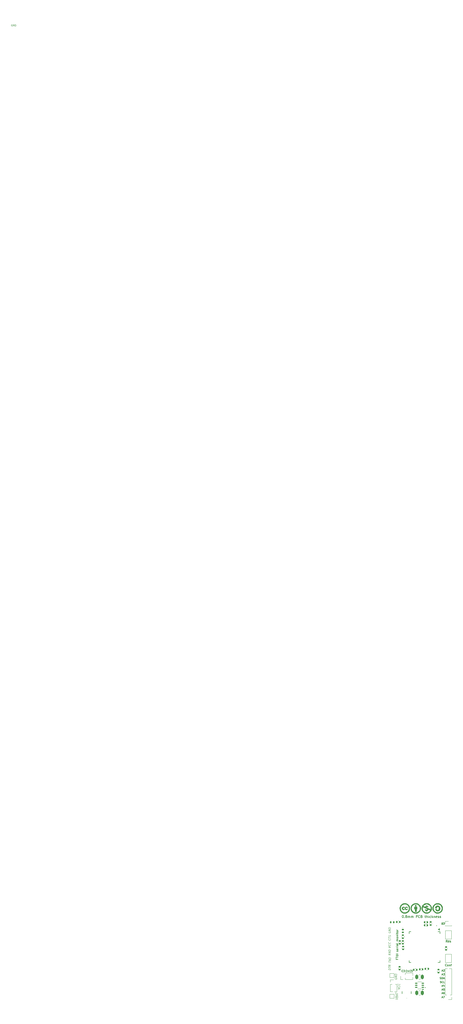
<source format=gbr>
%TF.GenerationSoftware,KiCad,Pcbnew,8.0.9-8.0.9-0~ubuntu22.04.1*%
%TF.CreationDate,2025-02-27T10:43:36+01:00*%
%TF.ProjectId,HB_Stamp_IO_ATMega1284P_FUEL4EP,48425f53-7461-46d7-905f-494f5f41544d,1.5*%
%TF.SameCoordinates,Original*%
%TF.FileFunction,Legend,Top*%
%TF.FilePolarity,Positive*%
%FSLAX46Y46*%
G04 Gerber Fmt 4.6, Leading zero omitted, Abs format (unit mm)*
G04 Created by KiCad (PCBNEW 8.0.9-8.0.9-0~ubuntu22.04.1) date 2025-02-27 10:43:36*
%MOMM*%
%LPD*%
G01*
G04 APERTURE LIST*
G04 Aperture macros list*
%AMRoundRect*
0 Rectangle with rounded corners*
0 $1 Rounding radius*
0 $2 $3 $4 $5 $6 $7 $8 $9 X,Y pos of 4 corners*
0 Add a 4 corners polygon primitive as box body*
4,1,4,$2,$3,$4,$5,$6,$7,$8,$9,$2,$3,0*
0 Add four circle primitives for the rounded corners*
1,1,$1+$1,$2,$3*
1,1,$1+$1,$4,$5*
1,1,$1+$1,$6,$7*
1,1,$1+$1,$8,$9*
0 Add four rect primitives between the rounded corners*
20,1,$1+$1,$2,$3,$4,$5,0*
20,1,$1+$1,$4,$5,$6,$7,0*
20,1,$1+$1,$6,$7,$8,$9,0*
20,1,$1+$1,$8,$9,$2,$3,0*%
%AMFreePoly0*
4,1,48,0.039158,0.847433,0.114805,0.827164,0.182628,0.788006,0.238006,0.732628,0.277164,0.664805,0.297433,0.589158,0.300000,0.550000,0.300000,-0.550000,0.297433,-0.589158,0.277164,-0.664805,0.238006,-0.732628,0.182628,-0.788006,0.114805,-0.827164,0.039158,-0.847433,0.000000,-0.850000,-1.100000,-0.850000,-1.139158,-0.847433,-1.214805,-0.827164,-1.282628,-0.788006,-1.338006,-0.732628,
-1.377164,-0.664805,-1.397433,-0.589158,-1.400000,-0.550000,-1.400000,0.000000,-0.705291,0.000000,-0.684486,-0.077646,-0.627646,-0.134486,-0.550000,-0.155291,-0.472354,-0.134486,-0.415514,-0.077646,-0.394709,0.000000,-0.415514,0.077645,-0.472354,0.134486,-0.550000,0.155291,-0.627645,0.134486,-0.684486,0.077645,-0.705291,0.000000,-1.400000,0.000000,-1.400000,0.550000,-1.397433,0.589158,
-1.377164,0.664805,-1.338006,0.732628,-1.282628,0.788006,-1.214805,0.827164,-1.139158,0.847433,-1.100000,0.850000,0.000000,0.850000,0.039158,0.847433,0.039158,0.847433,$1*%
%AMFreePoly1*
4,1,49,0.052363,0.295344,0.088849,0.295344,0.262664,0.258398,0.425000,0.186122,0.568761,0.081673,0.687664,-0.050383,0.776514,-0.204274,0.831425,-0.373275,0.850000,-0.550000,0.831425,-0.726725,0.776514,-0.895726,0.687664,-1.049617,0.568761,-1.181673,0.425000,-1.286122,0.262664,-1.358398,0.088849,-1.395344,-0.088849,-1.395344,-0.262664,-1.358398,-0.425000,-1.286122,-0.568761,-1.181673,
-0.687664,-1.049617,-0.776514,-0.895726,-0.831425,-0.726725,-0.850000,-0.550000,-0.155291,-0.550000,-0.134486,-0.627646,-0.077646,-0.684486,0.000000,-0.705291,0.077646,-0.684486,0.134486,-0.627646,0.155291,-0.550000,0.134486,-0.472355,0.077646,-0.415514,0.000000,-0.394709,-0.077645,-0.415514,-0.134486,-0.472355,-0.155291,-0.550000,-0.850000,-0.550000,-0.831425,-0.373275,-0.776514,-0.204274,
-0.687664,-0.050383,-0.568761,0.081673,-0.425000,0.186122,-0.262664,0.258398,-0.088849,0.295344,-0.052363,0.295344,-0.052094,0.295442,0.052094,0.295442,0.052363,0.295344,0.052363,0.295344,$1*%
G04 Aperture macros list end*
%ADD10C,0.146049*%
%ADD11C,0.100000*%
%ADD12C,0.150000*%
%ADD13C,0.120000*%
%ADD14C,0.010000*%
%ADD15C,0.200000*%
%ADD16RoundRect,0.147500X-0.172500X0.147500X-0.172500X-0.147500X0.172500X-0.147500X0.172500X0.147500X0*%
%ADD17RoundRect,0.140000X0.170000X-0.140000X0.170000X0.140000X-0.170000X0.140000X-0.170000X-0.140000X0*%
%ADD18RoundRect,0.135000X0.185000X-0.135000X0.185000X0.135000X-0.185000X0.135000X-0.185000X-0.135000X0*%
%ADD19RoundRect,0.140000X-0.140000X-0.170000X0.140000X-0.170000X0.140000X0.170000X-0.140000X0.170000X0*%
%ADD20RoundRect,0.135000X-0.135000X-0.185000X0.135000X-0.185000X0.135000X0.185000X-0.135000X0.185000X0*%
%ADD21RoundRect,0.250000X-0.250000X-0.475000X0.250000X-0.475000X0.250000X0.475000X-0.250000X0.475000X0*%
%ADD22RoundRect,0.140000X0.140000X0.170000X-0.140000X0.170000X-0.140000X-0.170000X0.140000X-0.170000X0*%
%ADD23R,3.000000X0.900000*%
%ADD24RoundRect,0.100000X0.350000X0.100000X-0.350000X0.100000X-0.350000X-0.100000X0.350000X-0.100000X0*%
%ADD25R,0.550000X1.500000*%
%ADD26R,1.500000X0.550000*%
%ADD27R,1.000000X1.000000*%
%ADD28O,1.000000X1.000000*%
%ADD29C,0.600000*%
%ADD30FreePoly0,180.000000*%
%ADD31FreePoly1,180.000000*%
%ADD32RoundRect,0.140000X-0.170000X0.140000X-0.170000X-0.140000X0.170000X-0.140000X0.170000X0.140000X0*%
%ADD33R,1.500000X1.000000*%
%ADD34RoundRect,0.135000X-0.185000X0.135000X-0.185000X-0.135000X0.185000X-0.135000X0.185000X0.135000X0*%
%ADD35RoundRect,0.147500X0.147500X0.172500X-0.147500X0.172500X-0.147500X-0.172500X0.147500X-0.172500X0*%
G04 APERTURE END LIST*
D10*
X12503024Y4588000D02*
G75*
G02*
X12356976Y4588000I-73024J0D01*
G01*
X12356976Y4588000D02*
G75*
G02*
X12503024Y4588000I73024J0D01*
G01*
X16327024Y25273000D02*
G75*
G02*
X16180976Y25273000I-73024J0D01*
G01*
X16180976Y25273000D02*
G75*
G02*
X16327024Y25273000I73024J0D01*
G01*
D11*
X176633Y13043000D02*
X176633Y13443000D01*
X876633Y13155500D02*
X176633Y13243000D01*
X176633Y13609666D02*
X876633Y13988833D01*
X176633Y14076333D02*
X876633Y13522166D01*
X876633Y14255500D02*
X176633Y14343000D01*
X176633Y14343000D02*
X176633Y14509666D01*
X176633Y14509666D02*
X209966Y14605500D01*
X209966Y14605500D02*
X276633Y14663833D01*
X276633Y14663833D02*
X343300Y14688833D01*
X343300Y14688833D02*
X476633Y14705500D01*
X476633Y14705500D02*
X576633Y14693000D01*
X576633Y14693000D02*
X709966Y14643000D01*
X709966Y14643000D02*
X776633Y14601333D01*
X776633Y14601333D02*
X843300Y14526333D01*
X843300Y14526333D02*
X876633Y14422166D01*
X876633Y14422166D02*
X876633Y14255500D01*
X126633Y17946000D02*
X826633Y18091833D01*
X826633Y18091833D02*
X126633Y18412666D01*
X759966Y18966833D02*
X793300Y18929333D01*
X793300Y18929333D02*
X826633Y18825166D01*
X826633Y18825166D02*
X826633Y18758500D01*
X826633Y18758500D02*
X793300Y18662666D01*
X793300Y18662666D02*
X726633Y18604333D01*
X726633Y18604333D02*
X659966Y18579333D01*
X659966Y18579333D02*
X526633Y18562666D01*
X526633Y18562666D02*
X426633Y18575166D01*
X426633Y18575166D02*
X293300Y18625166D01*
X293300Y18625166D02*
X226633Y18666833D01*
X226633Y18666833D02*
X159966Y18741833D01*
X159966Y18741833D02*
X126633Y18846000D01*
X126633Y18846000D02*
X126633Y18912666D01*
X126633Y18912666D02*
X159966Y19008500D01*
X159966Y19008500D02*
X193300Y19037666D01*
X759966Y19666833D02*
X793300Y19629333D01*
X793300Y19629333D02*
X826633Y19525166D01*
X826633Y19525166D02*
X826633Y19458500D01*
X826633Y19458500D02*
X793300Y19362666D01*
X793300Y19362666D02*
X726633Y19304333D01*
X726633Y19304333D02*
X659966Y19279333D01*
X659966Y19279333D02*
X526633Y19262666D01*
X526633Y19262666D02*
X426633Y19275166D01*
X426633Y19275166D02*
X293300Y19325166D01*
X293300Y19325166D02*
X226633Y19366833D01*
X226633Y19366833D02*
X159966Y19441833D01*
X159966Y19441833D02*
X126633Y19546000D01*
X126633Y19546000D02*
X126633Y19612666D01*
X126633Y19612666D02*
X159966Y19708500D01*
X159966Y19708500D02*
X193300Y19737666D01*
D12*
X2997366Y14239669D02*
X2997366Y14006335D01*
X3364033Y14006335D02*
X2664033Y14006335D01*
X2664033Y14006335D02*
X2664033Y14339669D01*
X2664033Y14506335D02*
X2664033Y14906335D01*
X3364033Y14706335D02*
X2664033Y14706335D01*
X3364033Y15139668D02*
X2664033Y15139668D01*
X2664033Y15139668D02*
X2664033Y15306335D01*
X2664033Y15306335D02*
X2697366Y15406335D01*
X2697366Y15406335D02*
X2764033Y15473002D01*
X2764033Y15473002D02*
X2830700Y15506335D01*
X2830700Y15506335D02*
X2964033Y15539668D01*
X2964033Y15539668D02*
X3064033Y15539668D01*
X3064033Y15539668D02*
X3197366Y15506335D01*
X3197366Y15506335D02*
X3264033Y15473002D01*
X3264033Y15473002D02*
X3330700Y15406335D01*
X3330700Y15406335D02*
X3364033Y15306335D01*
X3364033Y15306335D02*
X3364033Y15139668D01*
X3364033Y15839668D02*
X2664033Y15839668D01*
X3330700Y16673001D02*
X3364033Y16739668D01*
X3364033Y16739668D02*
X3364033Y16873001D01*
X3364033Y16873001D02*
X3330700Y16939668D01*
X3330700Y16939668D02*
X3264033Y16973001D01*
X3264033Y16973001D02*
X3230700Y16973001D01*
X3230700Y16973001D02*
X3164033Y16939668D01*
X3164033Y16939668D02*
X3130700Y16873001D01*
X3130700Y16873001D02*
X3130700Y16773001D01*
X3130700Y16773001D02*
X3097366Y16706334D01*
X3097366Y16706334D02*
X3030700Y16673001D01*
X3030700Y16673001D02*
X2997366Y16673001D01*
X2997366Y16673001D02*
X2930700Y16706334D01*
X2930700Y16706334D02*
X2897366Y16773001D01*
X2897366Y16773001D02*
X2897366Y16873001D01*
X2897366Y16873001D02*
X2930700Y16939668D01*
X3330700Y17539668D02*
X3364033Y17473001D01*
X3364033Y17473001D02*
X3364033Y17339668D01*
X3364033Y17339668D02*
X3330700Y17273001D01*
X3330700Y17273001D02*
X3264033Y17239668D01*
X3264033Y17239668D02*
X2997366Y17239668D01*
X2997366Y17239668D02*
X2930700Y17273001D01*
X2930700Y17273001D02*
X2897366Y17339668D01*
X2897366Y17339668D02*
X2897366Y17473001D01*
X2897366Y17473001D02*
X2930700Y17539668D01*
X2930700Y17539668D02*
X2997366Y17573001D01*
X2997366Y17573001D02*
X3064033Y17573001D01*
X3064033Y17573001D02*
X3130700Y17239668D01*
X3364033Y17873001D02*
X2897366Y17873001D01*
X3030700Y17873001D02*
X2964033Y17906335D01*
X2964033Y17906335D02*
X2930700Y17939668D01*
X2930700Y17939668D02*
X2897366Y18006335D01*
X2897366Y18006335D02*
X2897366Y18073001D01*
X3364033Y18306334D02*
X2897366Y18306334D01*
X2664033Y18306334D02*
X2697366Y18273001D01*
X2697366Y18273001D02*
X2730700Y18306334D01*
X2730700Y18306334D02*
X2697366Y18339668D01*
X2697366Y18339668D02*
X2664033Y18306334D01*
X2664033Y18306334D02*
X2730700Y18306334D01*
X3364033Y18939667D02*
X2997366Y18939667D01*
X2997366Y18939667D02*
X2930700Y18906334D01*
X2930700Y18906334D02*
X2897366Y18839667D01*
X2897366Y18839667D02*
X2897366Y18706334D01*
X2897366Y18706334D02*
X2930700Y18639667D01*
X3330700Y18939667D02*
X3364033Y18873001D01*
X3364033Y18873001D02*
X3364033Y18706334D01*
X3364033Y18706334D02*
X3330700Y18639667D01*
X3330700Y18639667D02*
X3264033Y18606334D01*
X3264033Y18606334D02*
X3197366Y18606334D01*
X3197366Y18606334D02*
X3130700Y18639667D01*
X3130700Y18639667D02*
X3097366Y18706334D01*
X3097366Y18706334D02*
X3097366Y18873001D01*
X3097366Y18873001D02*
X3064033Y18939667D01*
X3364033Y19373000D02*
X3330700Y19306334D01*
X3330700Y19306334D02*
X3264033Y19273000D01*
X3264033Y19273000D02*
X2664033Y19273000D01*
X3364033Y20173000D02*
X2897366Y20173000D01*
X2964033Y20173000D02*
X2930700Y20206334D01*
X2930700Y20206334D02*
X2897366Y20273000D01*
X2897366Y20273000D02*
X2897366Y20373000D01*
X2897366Y20373000D02*
X2930700Y20439667D01*
X2930700Y20439667D02*
X2997366Y20473000D01*
X2997366Y20473000D02*
X3364033Y20473000D01*
X2997366Y20473000D02*
X2930700Y20506334D01*
X2930700Y20506334D02*
X2897366Y20573000D01*
X2897366Y20573000D02*
X2897366Y20673000D01*
X2897366Y20673000D02*
X2930700Y20739667D01*
X2930700Y20739667D02*
X2997366Y20773000D01*
X2997366Y20773000D02*
X3364033Y20773000D01*
X3364033Y21206333D02*
X3330700Y21139667D01*
X3330700Y21139667D02*
X3297366Y21106333D01*
X3297366Y21106333D02*
X3230700Y21073000D01*
X3230700Y21073000D02*
X3030700Y21073000D01*
X3030700Y21073000D02*
X2964033Y21106333D01*
X2964033Y21106333D02*
X2930700Y21139667D01*
X2930700Y21139667D02*
X2897366Y21206333D01*
X2897366Y21206333D02*
X2897366Y21306333D01*
X2897366Y21306333D02*
X2930700Y21373000D01*
X2930700Y21373000D02*
X2964033Y21406333D01*
X2964033Y21406333D02*
X3030700Y21439667D01*
X3030700Y21439667D02*
X3230700Y21439667D01*
X3230700Y21439667D02*
X3297366Y21406333D01*
X3297366Y21406333D02*
X3330700Y21373000D01*
X3330700Y21373000D02*
X3364033Y21306333D01*
X3364033Y21306333D02*
X3364033Y21206333D01*
X2897366Y21739666D02*
X3364033Y21739666D01*
X2964033Y21739666D02*
X2930700Y21773000D01*
X2930700Y21773000D02*
X2897366Y21839666D01*
X2897366Y21839666D02*
X2897366Y21939666D01*
X2897366Y21939666D02*
X2930700Y22006333D01*
X2930700Y22006333D02*
X2997366Y22039666D01*
X2997366Y22039666D02*
X3364033Y22039666D01*
X3364033Y22372999D02*
X2897366Y22372999D01*
X2664033Y22372999D02*
X2697366Y22339666D01*
X2697366Y22339666D02*
X2730700Y22372999D01*
X2730700Y22372999D02*
X2697366Y22406333D01*
X2697366Y22406333D02*
X2664033Y22372999D01*
X2664033Y22372999D02*
X2730700Y22372999D01*
X2897366Y22606332D02*
X2897366Y22872999D01*
X2664033Y22706332D02*
X3264033Y22706332D01*
X3264033Y22706332D02*
X3330700Y22739666D01*
X3330700Y22739666D02*
X3364033Y22806332D01*
X3364033Y22806332D02*
X3364033Y22872999D01*
X3364033Y23206332D02*
X3330700Y23139666D01*
X3330700Y23139666D02*
X3297366Y23106332D01*
X3297366Y23106332D02*
X3230700Y23072999D01*
X3230700Y23072999D02*
X3030700Y23072999D01*
X3030700Y23072999D02*
X2964033Y23106332D01*
X2964033Y23106332D02*
X2930700Y23139666D01*
X2930700Y23139666D02*
X2897366Y23206332D01*
X2897366Y23206332D02*
X2897366Y23306332D01*
X2897366Y23306332D02*
X2930700Y23372999D01*
X2930700Y23372999D02*
X2964033Y23406332D01*
X2964033Y23406332D02*
X3030700Y23439666D01*
X3030700Y23439666D02*
X3230700Y23439666D01*
X3230700Y23439666D02*
X3297366Y23406332D01*
X3297366Y23406332D02*
X3330700Y23372999D01*
X3330700Y23372999D02*
X3364033Y23306332D01*
X3364033Y23306332D02*
X3364033Y23206332D01*
X3364033Y23739665D02*
X2897366Y23739665D01*
X3030700Y23739665D02*
X2964033Y23772999D01*
X2964033Y23772999D02*
X2930700Y23806332D01*
X2930700Y23806332D02*
X2897366Y23872999D01*
X2897366Y23872999D02*
X2897366Y23939665D01*
X18170741Y25998714D02*
X18256455Y25970142D01*
X18256455Y25970142D02*
X18285026Y25941571D01*
X18285026Y25941571D02*
X18313598Y25884428D01*
X18313598Y25884428D02*
X18313598Y25798714D01*
X18313598Y25798714D02*
X18285026Y25741571D01*
X18285026Y25741571D02*
X18256455Y25713000D01*
X18256455Y25713000D02*
X18199312Y25684428D01*
X18199312Y25684428D02*
X17970741Y25684428D01*
X17970741Y25684428D02*
X17970741Y26284428D01*
X17970741Y26284428D02*
X18170741Y26284428D01*
X18170741Y26284428D02*
X18227884Y26255857D01*
X18227884Y26255857D02*
X18256455Y26227285D01*
X18256455Y26227285D02*
X18285026Y26170142D01*
X18285026Y26170142D02*
X18285026Y26113000D01*
X18285026Y26113000D02*
X18256455Y26055857D01*
X18256455Y26055857D02*
X18227884Y26027285D01*
X18227884Y26027285D02*
X18170741Y25998714D01*
X18170741Y25998714D02*
X17970741Y25998714D01*
X18513598Y26284428D02*
X18885026Y26284428D01*
X18885026Y26284428D02*
X18685026Y26055857D01*
X18685026Y26055857D02*
X18770741Y26055857D01*
X18770741Y26055857D02*
X18827884Y26027285D01*
X18827884Y26027285D02*
X18856455Y25998714D01*
X18856455Y25998714D02*
X18885026Y25941571D01*
X18885026Y25941571D02*
X18885026Y25798714D01*
X18885026Y25798714D02*
X18856455Y25741571D01*
X18856455Y25741571D02*
X18827884Y25713000D01*
X18827884Y25713000D02*
X18770741Y25684428D01*
X18770741Y25684428D02*
X18599312Y25684428D01*
X18599312Y25684428D02*
X18542169Y25713000D01*
X18542169Y25713000D02*
X18513598Y25741571D01*
X19576333Y11815633D02*
X19543000Y11782300D01*
X19543000Y11782300D02*
X19443000Y11748966D01*
X19443000Y11748966D02*
X19376333Y11748966D01*
X19376333Y11748966D02*
X19276333Y11782300D01*
X19276333Y11782300D02*
X19209667Y11848966D01*
X19209667Y11848966D02*
X19176333Y11915633D01*
X19176333Y11915633D02*
X19143000Y12048966D01*
X19143000Y12048966D02*
X19143000Y12148966D01*
X19143000Y12148966D02*
X19176333Y12282300D01*
X19176333Y12282300D02*
X19209667Y12348966D01*
X19209667Y12348966D02*
X19276333Y12415633D01*
X19276333Y12415633D02*
X19376333Y12448966D01*
X19376333Y12448966D02*
X19443000Y12448966D01*
X19443000Y12448966D02*
X19543000Y12415633D01*
X19543000Y12415633D02*
X19576333Y12382300D01*
X19976333Y11748966D02*
X19909667Y11782300D01*
X19909667Y11782300D02*
X19876333Y11815633D01*
X19876333Y11815633D02*
X19843000Y11882300D01*
X19843000Y11882300D02*
X19843000Y12082300D01*
X19843000Y12082300D02*
X19876333Y12148966D01*
X19876333Y12148966D02*
X19909667Y12182300D01*
X19909667Y12182300D02*
X19976333Y12215633D01*
X19976333Y12215633D02*
X20076333Y12215633D01*
X20076333Y12215633D02*
X20143000Y12182300D01*
X20143000Y12182300D02*
X20176333Y12148966D01*
X20176333Y12148966D02*
X20209667Y12082300D01*
X20209667Y12082300D02*
X20209667Y11882300D01*
X20209667Y11882300D02*
X20176333Y11815633D01*
X20176333Y11815633D02*
X20143000Y11782300D01*
X20143000Y11782300D02*
X20076333Y11748966D01*
X20076333Y11748966D02*
X19976333Y11748966D01*
X20509666Y12215633D02*
X20509666Y11748966D01*
X20509666Y12148966D02*
X20543000Y12182300D01*
X20543000Y12182300D02*
X20609666Y12215633D01*
X20609666Y12215633D02*
X20709666Y12215633D01*
X20709666Y12215633D02*
X20776333Y12182300D01*
X20776333Y12182300D02*
X20809666Y12115633D01*
X20809666Y12115633D02*
X20809666Y11748966D01*
X21042999Y12215633D02*
X21309666Y12215633D01*
X21142999Y11748966D02*
X21142999Y12348966D01*
X21142999Y12348966D02*
X21176333Y12415633D01*
X21176333Y12415633D02*
X21242999Y12448966D01*
X21242999Y12448966D02*
X21309666Y12448966D01*
X18043769Y1268657D02*
X18329484Y1268657D01*
X17986626Y1097228D02*
X18186626Y1697228D01*
X18186626Y1697228D02*
X18386626Y1097228D01*
X18529484Y1697228D02*
X18929484Y1697228D01*
X18929484Y1697228D02*
X18672341Y1097228D01*
X18043769Y2640257D02*
X18329484Y2640257D01*
X17986626Y2468828D02*
X18186626Y3068828D01*
X18186626Y3068828D02*
X18386626Y2468828D01*
X18843770Y3068828D02*
X18729484Y3068828D01*
X18729484Y3068828D02*
X18672341Y3040257D01*
X18672341Y3040257D02*
X18643770Y3011685D01*
X18643770Y3011685D02*
X18586627Y2925971D01*
X18586627Y2925971D02*
X18558055Y2811685D01*
X18558055Y2811685D02*
X18558055Y2583114D01*
X18558055Y2583114D02*
X18586627Y2525971D01*
X18586627Y2525971D02*
X18615198Y2497400D01*
X18615198Y2497400D02*
X18672341Y2468828D01*
X18672341Y2468828D02*
X18786627Y2468828D01*
X18786627Y2468828D02*
X18843770Y2497400D01*
X18843770Y2497400D02*
X18872341Y2525971D01*
X18872341Y2525971D02*
X18900912Y2583114D01*
X18900912Y2583114D02*
X18900912Y2725971D01*
X18900912Y2725971D02*
X18872341Y2783114D01*
X18872341Y2783114D02*
X18843770Y2811685D01*
X18843770Y2811685D02*
X18786627Y2840257D01*
X18786627Y2840257D02*
X18672341Y2840257D01*
X18672341Y2840257D02*
X18615198Y2811685D01*
X18615198Y2811685D02*
X18586627Y2783114D01*
X18586627Y2783114D02*
X18558055Y2725971D01*
X19826333Y19749966D02*
X19593000Y20083300D01*
X19426333Y19749966D02*
X19426333Y20449966D01*
X19426333Y20449966D02*
X19693000Y20449966D01*
X19693000Y20449966D02*
X19759667Y20416633D01*
X19759667Y20416633D02*
X19793000Y20383300D01*
X19793000Y20383300D02*
X19826333Y20316633D01*
X19826333Y20316633D02*
X19826333Y20216633D01*
X19826333Y20216633D02*
X19793000Y20149966D01*
X19793000Y20149966D02*
X19759667Y20116633D01*
X19759667Y20116633D02*
X19693000Y20083300D01*
X19693000Y20083300D02*
X19426333Y20083300D01*
X20393000Y19783300D02*
X20326333Y19749966D01*
X20326333Y19749966D02*
X20193000Y19749966D01*
X20193000Y19749966D02*
X20126333Y19783300D01*
X20126333Y19783300D02*
X20093000Y19849966D01*
X20093000Y19849966D02*
X20093000Y20116633D01*
X20093000Y20116633D02*
X20126333Y20183300D01*
X20126333Y20183300D02*
X20193000Y20216633D01*
X20193000Y20216633D02*
X20326333Y20216633D01*
X20326333Y20216633D02*
X20393000Y20183300D01*
X20393000Y20183300D02*
X20426333Y20116633D01*
X20426333Y20116633D02*
X20426333Y20049966D01*
X20426333Y20049966D02*
X20093000Y19983300D01*
X20693000Y19783300D02*
X20759667Y19749966D01*
X20759667Y19749966D02*
X20893000Y19749966D01*
X20893000Y19749966D02*
X20959667Y19783300D01*
X20959667Y19783300D02*
X20993000Y19849966D01*
X20993000Y19849966D02*
X20993000Y19883300D01*
X20993000Y19883300D02*
X20959667Y19949966D01*
X20959667Y19949966D02*
X20893000Y19983300D01*
X20893000Y19983300D02*
X20793000Y19983300D01*
X20793000Y19983300D02*
X20726333Y20016633D01*
X20726333Y20016633D02*
X20693000Y20083300D01*
X20693000Y20083300D02*
X20693000Y20116633D01*
X20693000Y20116633D02*
X20726333Y20183300D01*
X20726333Y20183300D02*
X20793000Y20216633D01*
X20793000Y20216633D02*
X20893000Y20216633D01*
X20893000Y20216633D02*
X20959667Y20183300D01*
D11*
X826633Y15912167D02*
X493300Y15720500D01*
X826633Y15512167D02*
X126633Y15599667D01*
X126633Y15599667D02*
X126633Y15866333D01*
X126633Y15866333D02*
X159966Y15928833D01*
X159966Y15928833D02*
X193300Y15958000D01*
X193300Y15958000D02*
X259966Y15983000D01*
X259966Y15983000D02*
X359966Y15970500D01*
X359966Y15970500D02*
X426633Y15928833D01*
X426633Y15928833D02*
X459966Y15891333D01*
X459966Y15891333D02*
X493300Y15820500D01*
X493300Y15820500D02*
X493300Y15553833D01*
X126633Y16233000D02*
X826633Y16612167D01*
X126633Y16699667D02*
X826633Y16145500D01*
X826633Y16878834D02*
X126633Y16966334D01*
X126633Y16966334D02*
X126633Y17133000D01*
X126633Y17133000D02*
X159966Y17228834D01*
X159966Y17228834D02*
X226633Y17287167D01*
X226633Y17287167D02*
X293300Y17312167D01*
X293300Y17312167D02*
X426633Y17328834D01*
X426633Y17328834D02*
X526633Y17316334D01*
X526633Y17316334D02*
X659966Y17266334D01*
X659966Y17266334D02*
X726633Y17224667D01*
X726633Y17224667D02*
X793300Y17149667D01*
X793300Y17149667D02*
X826633Y17045500D01*
X826633Y17045500D02*
X826633Y16878834D01*
X3225433Y4077600D02*
X3925433Y4223433D01*
X3925433Y4223433D02*
X3225433Y4544266D01*
X3858766Y5098433D02*
X3892100Y5060933D01*
X3892100Y5060933D02*
X3925433Y4956766D01*
X3925433Y4956766D02*
X3925433Y4890100D01*
X3925433Y4890100D02*
X3892100Y4794266D01*
X3892100Y4794266D02*
X3825433Y4735933D01*
X3825433Y4735933D02*
X3758766Y4710933D01*
X3758766Y4710933D02*
X3625433Y4694266D01*
X3625433Y4694266D02*
X3525433Y4706766D01*
X3525433Y4706766D02*
X3392100Y4756766D01*
X3392100Y4756766D02*
X3325433Y4798433D01*
X3325433Y4798433D02*
X3258766Y4873433D01*
X3258766Y4873433D02*
X3225433Y4977600D01*
X3225433Y4977600D02*
X3225433Y5044266D01*
X3225433Y5044266D02*
X3258766Y5140100D01*
X3258766Y5140100D02*
X3292100Y5169266D01*
X3858766Y5798433D02*
X3892100Y5760933D01*
X3892100Y5760933D02*
X3925433Y5656766D01*
X3925433Y5656766D02*
X3925433Y5590100D01*
X3925433Y5590100D02*
X3892100Y5494266D01*
X3892100Y5494266D02*
X3825433Y5435933D01*
X3825433Y5435933D02*
X3758766Y5410933D01*
X3758766Y5410933D02*
X3625433Y5394266D01*
X3625433Y5394266D02*
X3525433Y5406766D01*
X3525433Y5406766D02*
X3392100Y5456766D01*
X3392100Y5456766D02*
X3325433Y5498433D01*
X3325433Y5498433D02*
X3258766Y5573433D01*
X3258766Y5573433D02*
X3225433Y5677600D01*
X3225433Y5677600D02*
X3225433Y5744266D01*
X3225433Y5744266D02*
X3258766Y5840100D01*
X3258766Y5840100D02*
X3292100Y5869266D01*
D12*
X7594798Y9891971D02*
X7566226Y9863400D01*
X7566226Y9863400D02*
X7480512Y9834828D01*
X7480512Y9834828D02*
X7423369Y9834828D01*
X7423369Y9834828D02*
X7337655Y9863400D01*
X7337655Y9863400D02*
X7280512Y9920542D01*
X7280512Y9920542D02*
X7251941Y9977685D01*
X7251941Y9977685D02*
X7223369Y10091971D01*
X7223369Y10091971D02*
X7223369Y10177685D01*
X7223369Y10177685D02*
X7251941Y10291971D01*
X7251941Y10291971D02*
X7280512Y10349114D01*
X7280512Y10349114D02*
X7337655Y10406257D01*
X7337655Y10406257D02*
X7423369Y10434828D01*
X7423369Y10434828D02*
X7480512Y10434828D01*
X7480512Y10434828D02*
X7566226Y10406257D01*
X7566226Y10406257D02*
X7594798Y10377685D01*
X8137655Y10434828D02*
X7851941Y10434828D01*
X7851941Y10434828D02*
X7823369Y10149114D01*
X7823369Y10149114D02*
X7851941Y10177685D01*
X7851941Y10177685D02*
X7909084Y10206257D01*
X7909084Y10206257D02*
X8051941Y10206257D01*
X8051941Y10206257D02*
X8109084Y10177685D01*
X8109084Y10177685D02*
X8137655Y10149114D01*
X8137655Y10149114D02*
X8166226Y10091971D01*
X8166226Y10091971D02*
X8166226Y9949114D01*
X8166226Y9949114D02*
X8137655Y9891971D01*
X8137655Y9891971D02*
X8109084Y9863400D01*
X8109084Y9863400D02*
X8051941Y9834828D01*
X8051941Y9834828D02*
X7909084Y9834828D01*
X7909084Y9834828D02*
X7851941Y9863400D01*
X7851941Y9863400D02*
X7823369Y9891971D01*
X17434169Y6155000D02*
X17519884Y6126428D01*
X17519884Y6126428D02*
X17662741Y6126428D01*
X17662741Y6126428D02*
X17719884Y6155000D01*
X17719884Y6155000D02*
X17748455Y6183571D01*
X17748455Y6183571D02*
X17777026Y6240714D01*
X17777026Y6240714D02*
X17777026Y6297857D01*
X17777026Y6297857D02*
X17748455Y6355000D01*
X17748455Y6355000D02*
X17719884Y6383571D01*
X17719884Y6383571D02*
X17662741Y6412142D01*
X17662741Y6412142D02*
X17548455Y6440714D01*
X17548455Y6440714D02*
X17491312Y6469285D01*
X17491312Y6469285D02*
X17462741Y6497857D01*
X17462741Y6497857D02*
X17434169Y6555000D01*
X17434169Y6555000D02*
X17434169Y6612142D01*
X17434169Y6612142D02*
X17462741Y6669285D01*
X17462741Y6669285D02*
X17491312Y6697857D01*
X17491312Y6697857D02*
X17548455Y6726428D01*
X17548455Y6726428D02*
X17691312Y6726428D01*
X17691312Y6726428D02*
X17777026Y6697857D01*
X18377027Y6183571D02*
X18348455Y6155000D01*
X18348455Y6155000D02*
X18262741Y6126428D01*
X18262741Y6126428D02*
X18205598Y6126428D01*
X18205598Y6126428D02*
X18119884Y6155000D01*
X18119884Y6155000D02*
X18062741Y6212142D01*
X18062741Y6212142D02*
X18034170Y6269285D01*
X18034170Y6269285D02*
X18005598Y6383571D01*
X18005598Y6383571D02*
X18005598Y6469285D01*
X18005598Y6469285D02*
X18034170Y6583571D01*
X18034170Y6583571D02*
X18062741Y6640714D01*
X18062741Y6640714D02*
X18119884Y6697857D01*
X18119884Y6697857D02*
X18205598Y6726428D01*
X18205598Y6726428D02*
X18262741Y6726428D01*
X18262741Y6726428D02*
X18348455Y6697857D01*
X18348455Y6697857D02*
X18377027Y6669285D01*
X18919884Y6126428D02*
X18634170Y6126428D01*
X18634170Y6126428D02*
X18634170Y6726428D01*
X18043769Y10158657D02*
X18329484Y10158657D01*
X17986626Y9987228D02*
X18186626Y10587228D01*
X18186626Y10587228D02*
X18386626Y9987228D01*
X18558055Y10530085D02*
X18586627Y10558657D01*
X18586627Y10558657D02*
X18643770Y10587228D01*
X18643770Y10587228D02*
X18786627Y10587228D01*
X18786627Y10587228D02*
X18843770Y10558657D01*
X18843770Y10558657D02*
X18872341Y10530085D01*
X18872341Y10530085D02*
X18900912Y10472942D01*
X18900912Y10472942D02*
X18900912Y10415800D01*
X18900912Y10415800D02*
X18872341Y10330085D01*
X18872341Y10330085D02*
X18529484Y9987228D01*
X18529484Y9987228D02*
X18900912Y9987228D01*
X17383369Y7475800D02*
X17469084Y7447228D01*
X17469084Y7447228D02*
X17611941Y7447228D01*
X17611941Y7447228D02*
X17669084Y7475800D01*
X17669084Y7475800D02*
X17697655Y7504371D01*
X17697655Y7504371D02*
X17726226Y7561514D01*
X17726226Y7561514D02*
X17726226Y7618657D01*
X17726226Y7618657D02*
X17697655Y7675800D01*
X17697655Y7675800D02*
X17669084Y7704371D01*
X17669084Y7704371D02*
X17611941Y7732942D01*
X17611941Y7732942D02*
X17497655Y7761514D01*
X17497655Y7761514D02*
X17440512Y7790085D01*
X17440512Y7790085D02*
X17411941Y7818657D01*
X17411941Y7818657D02*
X17383369Y7875800D01*
X17383369Y7875800D02*
X17383369Y7932942D01*
X17383369Y7932942D02*
X17411941Y7990085D01*
X17411941Y7990085D02*
X17440512Y8018657D01*
X17440512Y8018657D02*
X17497655Y8047228D01*
X17497655Y8047228D02*
X17640512Y8047228D01*
X17640512Y8047228D02*
X17726226Y8018657D01*
X17983370Y7447228D02*
X17983370Y8047228D01*
X17983370Y8047228D02*
X18126227Y8047228D01*
X18126227Y8047228D02*
X18211941Y8018657D01*
X18211941Y8018657D02*
X18269084Y7961514D01*
X18269084Y7961514D02*
X18297655Y7904371D01*
X18297655Y7904371D02*
X18326227Y7790085D01*
X18326227Y7790085D02*
X18326227Y7704371D01*
X18326227Y7704371D02*
X18297655Y7590085D01*
X18297655Y7590085D02*
X18269084Y7532942D01*
X18269084Y7532942D02*
X18211941Y7475800D01*
X18211941Y7475800D02*
X18126227Y7447228D01*
X18126227Y7447228D02*
X17983370Y7447228D01*
X18554798Y7618657D02*
X18840513Y7618657D01*
X18497655Y7447228D02*
X18697655Y8047228D01*
X18697655Y8047228D02*
X18897655Y7447228D01*
X17992969Y5129457D02*
X18278684Y5129457D01*
X17935826Y4958028D02*
X18135826Y5558028D01*
X18135826Y5558028D02*
X18335826Y4958028D01*
X18792970Y5358028D02*
X18792970Y4958028D01*
X18650112Y5586600D02*
X18507255Y5158028D01*
X18507255Y5158028D02*
X18878684Y5158028D01*
X18043769Y8939457D02*
X18329484Y8939457D01*
X17986626Y8768028D02*
X18186626Y9368028D01*
X18186626Y9368028D02*
X18386626Y8768028D01*
X18529484Y9368028D02*
X18900912Y9368028D01*
X18900912Y9368028D02*
X18700912Y9139457D01*
X18700912Y9139457D02*
X18786627Y9139457D01*
X18786627Y9139457D02*
X18843770Y9110885D01*
X18843770Y9110885D02*
X18872341Y9082314D01*
X18872341Y9082314D02*
X18900912Y9025171D01*
X18900912Y9025171D02*
X18900912Y8882314D01*
X18900912Y8882314D02*
X18872341Y8825171D01*
X18872341Y8825171D02*
X18843770Y8796600D01*
X18843770Y8796600D02*
X18786627Y8768028D01*
X18786627Y8768028D02*
X18615198Y8768028D01*
X18615198Y8768028D02*
X18558055Y8796600D01*
X18558055Y8796600D02*
X18529484Y8825171D01*
D11*
X826633Y10498834D02*
X126633Y10586334D01*
X126633Y10586334D02*
X126633Y10753000D01*
X126633Y10753000D02*
X159966Y10848834D01*
X159966Y10848834D02*
X226633Y10907167D01*
X226633Y10907167D02*
X293300Y10932167D01*
X293300Y10932167D02*
X426633Y10948834D01*
X426633Y10948834D02*
X526633Y10936334D01*
X526633Y10936334D02*
X659966Y10886334D01*
X659966Y10886334D02*
X726633Y10844667D01*
X726633Y10844667D02*
X793300Y10769667D01*
X793300Y10769667D02*
X826633Y10665500D01*
X826633Y10665500D02*
X826633Y10498834D01*
X126633Y11186334D02*
X126633Y11586334D01*
X826633Y11298834D02*
X126633Y11386334D01*
X826633Y12132167D02*
X493300Y11940500D01*
X826633Y11732167D02*
X126633Y11819667D01*
X126633Y11819667D02*
X126633Y12086333D01*
X126633Y12086333D02*
X159966Y12148833D01*
X159966Y12148833D02*
X193300Y12178000D01*
X193300Y12178000D02*
X259966Y12203000D01*
X259966Y12203000D02*
X359966Y12190500D01*
X359966Y12190500D02*
X426633Y12148833D01*
X426633Y12148833D02*
X459966Y12111333D01*
X459966Y12111333D02*
X493300Y12040500D01*
X493300Y12040500D02*
X493300Y11773833D01*
X2242766Y7775434D02*
X2209433Y7712934D01*
X2209433Y7712934D02*
X2209433Y7612934D01*
X2209433Y7612934D02*
X2242766Y7508767D01*
X2242766Y7508767D02*
X2309433Y7433767D01*
X2309433Y7433767D02*
X2376100Y7392100D01*
X2376100Y7392100D02*
X2509433Y7342100D01*
X2509433Y7342100D02*
X2609433Y7329600D01*
X2609433Y7329600D02*
X2742766Y7346267D01*
X2742766Y7346267D02*
X2809433Y7371267D01*
X2809433Y7371267D02*
X2876100Y7429600D01*
X2876100Y7429600D02*
X2909433Y7525434D01*
X2909433Y7525434D02*
X2909433Y7592100D01*
X2909433Y7592100D02*
X2876100Y7696267D01*
X2876100Y7696267D02*
X2842766Y7733767D01*
X2842766Y7733767D02*
X2609433Y7762934D01*
X2609433Y7762934D02*
X2609433Y7629600D01*
X2909433Y8025434D02*
X2209433Y8112934D01*
X2209433Y8112934D02*
X2909433Y8425434D01*
X2909433Y8425434D02*
X2209433Y8512934D01*
X2909433Y8758767D02*
X2209433Y8846267D01*
X2209433Y8846267D02*
X2209433Y9012933D01*
X2209433Y9012933D02*
X2242766Y9108767D01*
X2242766Y9108767D02*
X2309433Y9167100D01*
X2309433Y9167100D02*
X2376100Y9192100D01*
X2376100Y9192100D02*
X2509433Y9208767D01*
X2509433Y9208767D02*
X2609433Y9196267D01*
X2609433Y9196267D02*
X2742766Y9146267D01*
X2742766Y9146267D02*
X2809433Y9104600D01*
X2809433Y9104600D02*
X2876100Y9029600D01*
X2876100Y9029600D02*
X2909433Y8925433D01*
X2909433Y8925433D02*
X2909433Y8758767D01*
D12*
X4890285Y28758704D02*
X4966475Y28758704D01*
X4966475Y28758704D02*
X5042666Y28720609D01*
X5042666Y28720609D02*
X5080761Y28682514D01*
X5080761Y28682514D02*
X5118856Y28606323D01*
X5118856Y28606323D02*
X5156951Y28453942D01*
X5156951Y28453942D02*
X5156951Y28263466D01*
X5156951Y28263466D02*
X5118856Y28111085D01*
X5118856Y28111085D02*
X5080761Y28034895D01*
X5080761Y28034895D02*
X5042666Y27996800D01*
X5042666Y27996800D02*
X4966475Y27958704D01*
X4966475Y27958704D02*
X4890285Y27958704D01*
X4890285Y27958704D02*
X4814094Y27996800D01*
X4814094Y27996800D02*
X4775999Y28034895D01*
X4775999Y28034895D02*
X4737904Y28111085D01*
X4737904Y28111085D02*
X4699808Y28263466D01*
X4699808Y28263466D02*
X4699808Y28453942D01*
X4699808Y28453942D02*
X4737904Y28606323D01*
X4737904Y28606323D02*
X4775999Y28682514D01*
X4775999Y28682514D02*
X4814094Y28720609D01*
X4814094Y28720609D02*
X4890285Y28758704D01*
X5499809Y28034895D02*
X5537904Y27996800D01*
X5537904Y27996800D02*
X5499809Y27958704D01*
X5499809Y27958704D02*
X5461713Y27996800D01*
X5461713Y27996800D02*
X5499809Y28034895D01*
X5499809Y28034895D02*
X5499809Y27958704D01*
X5995046Y28415847D02*
X5918856Y28453942D01*
X5918856Y28453942D02*
X5880761Y28492038D01*
X5880761Y28492038D02*
X5842665Y28568228D01*
X5842665Y28568228D02*
X5842665Y28606323D01*
X5842665Y28606323D02*
X5880761Y28682514D01*
X5880761Y28682514D02*
X5918856Y28720609D01*
X5918856Y28720609D02*
X5995046Y28758704D01*
X5995046Y28758704D02*
X6147427Y28758704D01*
X6147427Y28758704D02*
X6223618Y28720609D01*
X6223618Y28720609D02*
X6261713Y28682514D01*
X6261713Y28682514D02*
X6299808Y28606323D01*
X6299808Y28606323D02*
X6299808Y28568228D01*
X6299808Y28568228D02*
X6261713Y28492038D01*
X6261713Y28492038D02*
X6223618Y28453942D01*
X6223618Y28453942D02*
X6147427Y28415847D01*
X6147427Y28415847D02*
X5995046Y28415847D01*
X5995046Y28415847D02*
X5918856Y28377752D01*
X5918856Y28377752D02*
X5880761Y28339657D01*
X5880761Y28339657D02*
X5842665Y28263466D01*
X5842665Y28263466D02*
X5842665Y28111085D01*
X5842665Y28111085D02*
X5880761Y28034895D01*
X5880761Y28034895D02*
X5918856Y27996800D01*
X5918856Y27996800D02*
X5995046Y27958704D01*
X5995046Y27958704D02*
X6147427Y27958704D01*
X6147427Y27958704D02*
X6223618Y27996800D01*
X6223618Y27996800D02*
X6261713Y28034895D01*
X6261713Y28034895D02*
X6299808Y28111085D01*
X6299808Y28111085D02*
X6299808Y28263466D01*
X6299808Y28263466D02*
X6261713Y28339657D01*
X6261713Y28339657D02*
X6223618Y28377752D01*
X6223618Y28377752D02*
X6147427Y28415847D01*
X6642666Y27958704D02*
X6642666Y28492038D01*
X6642666Y28415847D02*
X6680761Y28453942D01*
X6680761Y28453942D02*
X6756951Y28492038D01*
X6756951Y28492038D02*
X6871237Y28492038D01*
X6871237Y28492038D02*
X6947428Y28453942D01*
X6947428Y28453942D02*
X6985523Y28377752D01*
X6985523Y28377752D02*
X6985523Y27958704D01*
X6985523Y28377752D02*
X7023618Y28453942D01*
X7023618Y28453942D02*
X7099809Y28492038D01*
X7099809Y28492038D02*
X7214094Y28492038D01*
X7214094Y28492038D02*
X7290285Y28453942D01*
X7290285Y28453942D02*
X7328380Y28377752D01*
X7328380Y28377752D02*
X7328380Y27958704D01*
X7709333Y27958704D02*
X7709333Y28492038D01*
X7709333Y28415847D02*
X7747428Y28453942D01*
X7747428Y28453942D02*
X7823618Y28492038D01*
X7823618Y28492038D02*
X7937904Y28492038D01*
X7937904Y28492038D02*
X8014095Y28453942D01*
X8014095Y28453942D02*
X8052190Y28377752D01*
X8052190Y28377752D02*
X8052190Y27958704D01*
X8052190Y28377752D02*
X8090285Y28453942D01*
X8090285Y28453942D02*
X8166476Y28492038D01*
X8166476Y28492038D02*
X8280761Y28492038D01*
X8280761Y28492038D02*
X8356952Y28453942D01*
X8356952Y28453942D02*
X8395047Y28377752D01*
X8395047Y28377752D02*
X8395047Y27958704D01*
X9385524Y27958704D02*
X9385524Y28758704D01*
X9385524Y28758704D02*
X9690286Y28758704D01*
X9690286Y28758704D02*
X9766476Y28720609D01*
X9766476Y28720609D02*
X9804571Y28682514D01*
X9804571Y28682514D02*
X9842667Y28606323D01*
X9842667Y28606323D02*
X9842667Y28492038D01*
X9842667Y28492038D02*
X9804571Y28415847D01*
X9804571Y28415847D02*
X9766476Y28377752D01*
X9766476Y28377752D02*
X9690286Y28339657D01*
X9690286Y28339657D02*
X9385524Y28339657D01*
X10642667Y28034895D02*
X10604571Y27996800D01*
X10604571Y27996800D02*
X10490286Y27958704D01*
X10490286Y27958704D02*
X10414095Y27958704D01*
X10414095Y27958704D02*
X10299809Y27996800D01*
X10299809Y27996800D02*
X10223619Y28072990D01*
X10223619Y28072990D02*
X10185524Y28149180D01*
X10185524Y28149180D02*
X10147428Y28301561D01*
X10147428Y28301561D02*
X10147428Y28415847D01*
X10147428Y28415847D02*
X10185524Y28568228D01*
X10185524Y28568228D02*
X10223619Y28644419D01*
X10223619Y28644419D02*
X10299809Y28720609D01*
X10299809Y28720609D02*
X10414095Y28758704D01*
X10414095Y28758704D02*
X10490286Y28758704D01*
X10490286Y28758704D02*
X10604571Y28720609D01*
X10604571Y28720609D02*
X10642667Y28682514D01*
X11252190Y28377752D02*
X11366476Y28339657D01*
X11366476Y28339657D02*
X11404571Y28301561D01*
X11404571Y28301561D02*
X11442667Y28225371D01*
X11442667Y28225371D02*
X11442667Y28111085D01*
X11442667Y28111085D02*
X11404571Y28034895D01*
X11404571Y28034895D02*
X11366476Y27996800D01*
X11366476Y27996800D02*
X11290286Y27958704D01*
X11290286Y27958704D02*
X10985524Y27958704D01*
X10985524Y27958704D02*
X10985524Y28758704D01*
X10985524Y28758704D02*
X11252190Y28758704D01*
X11252190Y28758704D02*
X11328381Y28720609D01*
X11328381Y28720609D02*
X11366476Y28682514D01*
X11366476Y28682514D02*
X11404571Y28606323D01*
X11404571Y28606323D02*
X11404571Y28530133D01*
X11404571Y28530133D02*
X11366476Y28453942D01*
X11366476Y28453942D02*
X11328381Y28415847D01*
X11328381Y28415847D02*
X11252190Y28377752D01*
X11252190Y28377752D02*
X10985524Y28377752D01*
X12280762Y28492038D02*
X12585524Y28492038D01*
X12395048Y28758704D02*
X12395048Y28072990D01*
X12395048Y28072990D02*
X12433143Y27996800D01*
X12433143Y27996800D02*
X12509333Y27958704D01*
X12509333Y27958704D02*
X12585524Y27958704D01*
X12852191Y27958704D02*
X12852191Y28758704D01*
X13195048Y27958704D02*
X13195048Y28377752D01*
X13195048Y28377752D02*
X13156953Y28453942D01*
X13156953Y28453942D02*
X13080762Y28492038D01*
X13080762Y28492038D02*
X12966476Y28492038D01*
X12966476Y28492038D02*
X12890286Y28453942D01*
X12890286Y28453942D02*
X12852191Y28415847D01*
X13576001Y27958704D02*
X13576001Y28492038D01*
X13576001Y28758704D02*
X13537905Y28720609D01*
X13537905Y28720609D02*
X13576001Y28682514D01*
X13576001Y28682514D02*
X13614096Y28720609D01*
X13614096Y28720609D02*
X13576001Y28758704D01*
X13576001Y28758704D02*
X13576001Y28682514D01*
X14299810Y27996800D02*
X14223619Y27958704D01*
X14223619Y27958704D02*
X14071238Y27958704D01*
X14071238Y27958704D02*
X13995048Y27996800D01*
X13995048Y27996800D02*
X13956953Y28034895D01*
X13956953Y28034895D02*
X13918857Y28111085D01*
X13918857Y28111085D02*
X13918857Y28339657D01*
X13918857Y28339657D02*
X13956953Y28415847D01*
X13956953Y28415847D02*
X13995048Y28453942D01*
X13995048Y28453942D02*
X14071238Y28492038D01*
X14071238Y28492038D02*
X14223619Y28492038D01*
X14223619Y28492038D02*
X14299810Y28453942D01*
X14642667Y27958704D02*
X14642667Y28758704D01*
X14718857Y28263466D02*
X14947429Y27958704D01*
X14947429Y28492038D02*
X14642667Y28187276D01*
X15290286Y28492038D02*
X15290286Y27958704D01*
X15290286Y28415847D02*
X15328381Y28453942D01*
X15328381Y28453942D02*
X15404571Y28492038D01*
X15404571Y28492038D02*
X15518857Y28492038D01*
X15518857Y28492038D02*
X15595048Y28453942D01*
X15595048Y28453942D02*
X15633143Y28377752D01*
X15633143Y28377752D02*
X15633143Y27958704D01*
X16318858Y27996800D02*
X16242667Y27958704D01*
X16242667Y27958704D02*
X16090286Y27958704D01*
X16090286Y27958704D02*
X16014096Y27996800D01*
X16014096Y27996800D02*
X15976000Y28072990D01*
X15976000Y28072990D02*
X15976000Y28377752D01*
X15976000Y28377752D02*
X16014096Y28453942D01*
X16014096Y28453942D02*
X16090286Y28492038D01*
X16090286Y28492038D02*
X16242667Y28492038D01*
X16242667Y28492038D02*
X16318858Y28453942D01*
X16318858Y28453942D02*
X16356953Y28377752D01*
X16356953Y28377752D02*
X16356953Y28301561D01*
X16356953Y28301561D02*
X15976000Y28225371D01*
X16661714Y27996800D02*
X16737905Y27958704D01*
X16737905Y27958704D02*
X16890286Y27958704D01*
X16890286Y27958704D02*
X16966476Y27996800D01*
X16966476Y27996800D02*
X17004572Y28072990D01*
X17004572Y28072990D02*
X17004572Y28111085D01*
X17004572Y28111085D02*
X16966476Y28187276D01*
X16966476Y28187276D02*
X16890286Y28225371D01*
X16890286Y28225371D02*
X16776000Y28225371D01*
X16776000Y28225371D02*
X16699810Y28263466D01*
X16699810Y28263466D02*
X16661714Y28339657D01*
X16661714Y28339657D02*
X16661714Y28377752D01*
X16661714Y28377752D02*
X16699810Y28453942D01*
X16699810Y28453942D02*
X16776000Y28492038D01*
X16776000Y28492038D02*
X16890286Y28492038D01*
X16890286Y28492038D02*
X16966476Y28453942D01*
X17309333Y27996800D02*
X17385524Y27958704D01*
X17385524Y27958704D02*
X17537905Y27958704D01*
X17537905Y27958704D02*
X17614095Y27996800D01*
X17614095Y27996800D02*
X17652191Y28072990D01*
X17652191Y28072990D02*
X17652191Y28111085D01*
X17652191Y28111085D02*
X17614095Y28187276D01*
X17614095Y28187276D02*
X17537905Y28225371D01*
X17537905Y28225371D02*
X17423619Y28225371D01*
X17423619Y28225371D02*
X17347429Y28263466D01*
X17347429Y28263466D02*
X17309333Y28339657D01*
X17309333Y28339657D02*
X17309333Y28377752D01*
X17309333Y28377752D02*
X17347429Y28453942D01*
X17347429Y28453942D02*
X17423619Y28492038D01*
X17423619Y28492038D02*
X17537905Y28492038D01*
X17537905Y28492038D02*
X17614095Y28453942D01*
D11*
X759966Y20829833D02*
X793300Y20792333D01*
X793300Y20792333D02*
X826633Y20688166D01*
X826633Y20688166D02*
X826633Y20621500D01*
X826633Y20621500D02*
X793300Y20525666D01*
X793300Y20525666D02*
X726633Y20467333D01*
X726633Y20467333D02*
X659966Y20442333D01*
X659966Y20442333D02*
X526633Y20425666D01*
X526633Y20425666D02*
X426633Y20438166D01*
X426633Y20438166D02*
X293300Y20488166D01*
X293300Y20488166D02*
X226633Y20529833D01*
X226633Y20529833D02*
X159966Y20604833D01*
X159966Y20604833D02*
X126633Y20709000D01*
X126633Y20709000D02*
X126633Y20775666D01*
X126633Y20775666D02*
X159966Y20871500D01*
X159966Y20871500D02*
X193300Y20900666D01*
X126633Y21109000D02*
X126633Y21509000D01*
X826633Y21221500D02*
X126633Y21309000D01*
X793300Y21625666D02*
X826633Y21721499D01*
X826633Y21721499D02*
X826633Y21888166D01*
X826633Y21888166D02*
X793300Y21958999D01*
X793300Y21958999D02*
X759966Y21996499D01*
X759966Y21996499D02*
X693300Y22038166D01*
X693300Y22038166D02*
X626633Y22046499D01*
X626633Y22046499D02*
X559966Y22021499D01*
X559966Y22021499D02*
X526633Y21992333D01*
X526633Y21992333D02*
X493300Y21929833D01*
X493300Y21929833D02*
X459966Y21800666D01*
X459966Y21800666D02*
X426633Y21738166D01*
X426633Y21738166D02*
X393300Y21708999D01*
X393300Y21708999D02*
X326633Y21683999D01*
X326633Y21683999D02*
X259966Y21692333D01*
X259966Y21692333D02*
X193300Y21733999D01*
X193300Y21733999D02*
X159966Y21771499D01*
X159966Y21771499D02*
X126633Y21842333D01*
X126633Y21842333D02*
X126633Y22008999D01*
X126633Y22008999D02*
X159966Y22104833D01*
D12*
X4953198Y9891971D02*
X4924626Y9863400D01*
X4924626Y9863400D02*
X4838912Y9834828D01*
X4838912Y9834828D02*
X4781769Y9834828D01*
X4781769Y9834828D02*
X4696055Y9863400D01*
X4696055Y9863400D02*
X4638912Y9920542D01*
X4638912Y9920542D02*
X4610341Y9977685D01*
X4610341Y9977685D02*
X4581769Y10091971D01*
X4581769Y10091971D02*
X4581769Y10177685D01*
X4581769Y10177685D02*
X4610341Y10291971D01*
X4610341Y10291971D02*
X4638912Y10349114D01*
X4638912Y10349114D02*
X4696055Y10406257D01*
X4696055Y10406257D02*
X4781769Y10434828D01*
X4781769Y10434828D02*
X4838912Y10434828D01*
X4838912Y10434828D02*
X4924626Y10406257D01*
X4924626Y10406257D02*
X4953198Y10377685D01*
X5153198Y10434828D02*
X5524626Y10434828D01*
X5524626Y10434828D02*
X5324626Y10206257D01*
X5324626Y10206257D02*
X5410341Y10206257D01*
X5410341Y10206257D02*
X5467484Y10177685D01*
X5467484Y10177685D02*
X5496055Y10149114D01*
X5496055Y10149114D02*
X5524626Y10091971D01*
X5524626Y10091971D02*
X5524626Y9949114D01*
X5524626Y9949114D02*
X5496055Y9891971D01*
X5496055Y9891971D02*
X5467484Y9863400D01*
X5467484Y9863400D02*
X5410341Y9834828D01*
X5410341Y9834828D02*
X5238912Y9834828D01*
X5238912Y9834828D02*
X5181769Y9863400D01*
X5181769Y9863400D02*
X5153198Y9891971D01*
D11*
X-125933142Y326689057D02*
X-125990285Y326717628D01*
X-125990285Y326717628D02*
X-126075999Y326717628D01*
X-126075999Y326717628D02*
X-126161713Y326689057D01*
X-126161713Y326689057D02*
X-126218856Y326631914D01*
X-126218856Y326631914D02*
X-126247427Y326574771D01*
X-126247427Y326574771D02*
X-126275999Y326460485D01*
X-126275999Y326460485D02*
X-126275999Y326374771D01*
X-126275999Y326374771D02*
X-126247427Y326260485D01*
X-126247427Y326260485D02*
X-126218856Y326203342D01*
X-126218856Y326203342D02*
X-126161713Y326146200D01*
X-126161713Y326146200D02*
X-126075999Y326117628D01*
X-126075999Y326117628D02*
X-126018856Y326117628D01*
X-126018856Y326117628D02*
X-125933142Y326146200D01*
X-125933142Y326146200D02*
X-125904570Y326174771D01*
X-125904570Y326174771D02*
X-125904570Y326374771D01*
X-125904570Y326374771D02*
X-126018856Y326374771D01*
X-125647427Y326117628D02*
X-125647427Y326717628D01*
X-125647427Y326717628D02*
X-125304570Y326117628D01*
X-125304570Y326117628D02*
X-125304570Y326717628D01*
X-125018856Y326117628D02*
X-125018856Y326717628D01*
X-125018856Y326717628D02*
X-124875999Y326717628D01*
X-124875999Y326717628D02*
X-124790285Y326689057D01*
X-124790285Y326689057D02*
X-124733142Y326631914D01*
X-124733142Y326631914D02*
X-124704571Y326574771D01*
X-124704571Y326574771D02*
X-124675999Y326460485D01*
X-124675999Y326460485D02*
X-124675999Y326374771D01*
X-124675999Y326374771D02*
X-124704571Y326260485D01*
X-124704571Y326260485D02*
X-124733142Y326203342D01*
X-124733142Y326203342D02*
X-124790285Y326146200D01*
X-124790285Y326146200D02*
X-124875999Y326117628D01*
X-124875999Y326117628D02*
X-125018856Y326117628D01*
D12*
X6324798Y9891971D02*
X6296226Y9863400D01*
X6296226Y9863400D02*
X6210512Y9834828D01*
X6210512Y9834828D02*
X6153369Y9834828D01*
X6153369Y9834828D02*
X6067655Y9863400D01*
X6067655Y9863400D02*
X6010512Y9920542D01*
X6010512Y9920542D02*
X5981941Y9977685D01*
X5981941Y9977685D02*
X5953369Y10091971D01*
X5953369Y10091971D02*
X5953369Y10177685D01*
X5953369Y10177685D02*
X5981941Y10291971D01*
X5981941Y10291971D02*
X6010512Y10349114D01*
X6010512Y10349114D02*
X6067655Y10406257D01*
X6067655Y10406257D02*
X6153369Y10434828D01*
X6153369Y10434828D02*
X6210512Y10434828D01*
X6210512Y10434828D02*
X6296226Y10406257D01*
X6296226Y10406257D02*
X6324798Y10377685D01*
X6839084Y10234828D02*
X6839084Y9834828D01*
X6696226Y10463400D02*
X6553369Y10034828D01*
X6553369Y10034828D02*
X6924798Y10034828D01*
X18043769Y3808657D02*
X18329484Y3808657D01*
X17986626Y3637228D02*
X18186626Y4237228D01*
X18186626Y4237228D02*
X18386626Y3637228D01*
X18872341Y4237228D02*
X18586627Y4237228D01*
X18586627Y4237228D02*
X18558055Y3951514D01*
X18558055Y3951514D02*
X18586627Y3980085D01*
X18586627Y3980085D02*
X18643770Y4008657D01*
X18643770Y4008657D02*
X18786627Y4008657D01*
X18786627Y4008657D02*
X18843770Y3980085D01*
X18843770Y3980085D02*
X18872341Y3951514D01*
X18872341Y3951514D02*
X18900912Y3894371D01*
X18900912Y3894371D02*
X18900912Y3751514D01*
X18900912Y3751514D02*
X18872341Y3694371D01*
X18872341Y3694371D02*
X18843770Y3665800D01*
X18843770Y3665800D02*
X18786627Y3637228D01*
X18786627Y3637228D02*
X18643770Y3637228D01*
X18643770Y3637228D02*
X18586627Y3665800D01*
X18586627Y3665800D02*
X18558055Y3694371D01*
D11*
X159966Y23294834D02*
X126633Y23232334D01*
X126633Y23232334D02*
X126633Y23132334D01*
X126633Y23132334D02*
X159966Y23028167D01*
X159966Y23028167D02*
X226633Y22953167D01*
X226633Y22953167D02*
X293300Y22911500D01*
X293300Y22911500D02*
X426633Y22861500D01*
X426633Y22861500D02*
X526633Y22849000D01*
X526633Y22849000D02*
X659966Y22865667D01*
X659966Y22865667D02*
X726633Y22890667D01*
X726633Y22890667D02*
X793300Y22949000D01*
X793300Y22949000D02*
X826633Y23044834D01*
X826633Y23044834D02*
X826633Y23111500D01*
X826633Y23111500D02*
X793300Y23215667D01*
X793300Y23215667D02*
X759966Y23253167D01*
X759966Y23253167D02*
X526633Y23282334D01*
X526633Y23282334D02*
X526633Y23149000D01*
X826633Y23544834D02*
X126633Y23632334D01*
X126633Y23632334D02*
X826633Y23944834D01*
X826633Y23944834D02*
X126633Y24032334D01*
X826633Y24278167D02*
X126633Y24365667D01*
X126633Y24365667D02*
X126633Y24532333D01*
X126633Y24532333D02*
X159966Y24628167D01*
X159966Y24628167D02*
X226633Y24686500D01*
X226633Y24686500D02*
X293300Y24711500D01*
X293300Y24711500D02*
X426633Y24728167D01*
X426633Y24728167D02*
X526633Y24715667D01*
X526633Y24715667D02*
X659966Y24665667D01*
X659966Y24665667D02*
X726633Y24624000D01*
X726633Y24624000D02*
X793300Y24549000D01*
X793300Y24549000D02*
X826633Y24444833D01*
X826633Y24444833D02*
X826633Y24278167D01*
X2514233Y660534D02*
X3214233Y806367D01*
X3214233Y806367D02*
X2514233Y1127200D01*
X2847566Y1552200D02*
X2880900Y1648034D01*
X2880900Y1648034D02*
X2914233Y1677200D01*
X2914233Y1677200D02*
X2980900Y1702200D01*
X2980900Y1702200D02*
X3080900Y1689700D01*
X3080900Y1689700D02*
X3147566Y1648034D01*
X3147566Y1648034D02*
X3180900Y1610534D01*
X3180900Y1610534D02*
X3214233Y1539700D01*
X3214233Y1539700D02*
X3214233Y1273034D01*
X3214233Y1273034D02*
X2514233Y1360534D01*
X2514233Y1360534D02*
X2514233Y1593867D01*
X2514233Y1593867D02*
X2547566Y1656367D01*
X2547566Y1656367D02*
X2580900Y1685534D01*
X2580900Y1685534D02*
X2647566Y1710534D01*
X2647566Y1710534D02*
X2714233Y1702200D01*
X2714233Y1702200D02*
X2780900Y1660534D01*
X2780900Y1660534D02*
X2814233Y1623034D01*
X2814233Y1623034D02*
X2847566Y1552200D01*
X2847566Y1552200D02*
X2847566Y1318867D01*
X3014233Y1964700D02*
X3014233Y2298034D01*
X3214233Y1873034D02*
X2514233Y2193867D01*
X2514233Y2193867D02*
X3214233Y2339700D01*
X2514233Y2560534D02*
X2514233Y2960534D01*
X3214233Y2673034D02*
X2514233Y2760534D01*
%TO.C,D1*%
X5003000Y24585000D02*
G75*
G02*
X4903000Y24585000I-50000J0D01*
G01*
X4903000Y24585000D02*
G75*
G02*
X5003000Y24585000I50000J0D01*
G01*
D13*
%TO.C,C1*%
X3450000Y10941164D02*
X3450000Y11156836D01*
X4170000Y10941164D02*
X4170000Y11156836D01*
%TO.C,R4*%
X4571000Y21436359D02*
X4571000Y21743641D01*
X5331000Y21436359D02*
X5331000Y21743641D01*
%TO.C,R1*%
X13844000Y25881359D02*
X13844000Y26188641D01*
X14604000Y25881359D02*
X14604000Y26188641D01*
%TO.C,C2*%
X12878164Y11189000D02*
X13093836Y11189000D01*
X12878164Y10469000D02*
X13093836Y10469000D01*
%TO.C,C4*%
X19069000Y17545164D02*
X19069000Y17760836D01*
X19789000Y17545164D02*
X19789000Y17760836D01*
%TO.C,C6*%
X12592164Y25760000D02*
X12807836Y25760000D01*
X12592164Y25040000D02*
X12807836Y25040000D01*
%TO.C,C8*%
X10973164Y11062000D02*
X11188836Y11062000D01*
X10973164Y10342000D02*
X11188836Y10342000D01*
%TO.C,R2*%
X8939559Y10895600D02*
X9246841Y10895600D01*
X8939559Y10135600D02*
X9246841Y10135600D01*
%TO.C,C5*%
X10263748Y3545000D02*
X10786252Y3545000D01*
X10263748Y2075000D02*
X10786252Y2075000D01*
D14*
%TO.C,LOGO1*%
X9290171Y32196206D02*
X9367934Y32166401D01*
X9404167Y32138028D01*
X9446515Y32072461D01*
X9465080Y31991987D01*
X9460575Y31907509D01*
X9433713Y31829933D01*
X9385206Y31770164D01*
X9379845Y31766061D01*
X9314544Y31735972D01*
X9232737Y31722523D01*
X9151226Y31727956D01*
X9131534Y31732925D01*
X9065664Y31765778D01*
X9023404Y31819563D01*
X9002336Y31898464D01*
X8998857Y31962485D01*
X9000675Y32029308D01*
X9008724Y32072618D01*
X9026899Y32105111D01*
X9050556Y32131061D01*
X9120721Y32178325D01*
X9204179Y32200110D01*
X9290171Y32196206D01*
G36*
X9290171Y32196206D02*
G01*
X9367934Y32166401D01*
X9404167Y32138028D01*
X9446515Y32072461D01*
X9465080Y31991987D01*
X9460575Y31907509D01*
X9433713Y31829933D01*
X9385206Y31770164D01*
X9379845Y31766061D01*
X9314544Y31735972D01*
X9232737Y31722523D01*
X9151226Y31727956D01*
X9131534Y31732925D01*
X9065664Y31765778D01*
X9023404Y31819563D01*
X9002336Y31898464D01*
X8998857Y31962485D01*
X9000675Y32029308D01*
X9008724Y32072618D01*
X9026899Y32105111D01*
X9050556Y32131061D01*
X9120721Y32178325D01*
X9204179Y32200110D01*
X9290171Y32196206D01*
G37*
X9364225Y31622665D02*
X9466439Y31621458D01*
X9541533Y31619075D01*
X9594089Y31615211D01*
X9628685Y31609563D01*
X9649904Y31601826D01*
X9659775Y31594490D01*
X9669627Y31579706D01*
X9676980Y31554600D01*
X9682174Y31514396D01*
X9685551Y31454319D01*
X9687453Y31369593D01*
X9688220Y31255441D01*
X9688285Y31195347D01*
X9688285Y30824714D01*
X9488714Y30824714D01*
X9488714Y29990143D01*
X8962571Y29990143D01*
X8962571Y30824714D01*
X8763000Y30824714D01*
X8763000Y31193831D01*
X8763259Y31319694D01*
X8764312Y31414273D01*
X8766577Y31482566D01*
X8770467Y31529571D01*
X8776398Y31560289D01*
X8784787Y31579717D01*
X8796048Y31592856D01*
X8796178Y31592974D01*
X8811241Y31602929D01*
X8834646Y31610451D01*
X8871110Y31615868D01*
X8925348Y31619505D01*
X9002079Y31621688D01*
X9106017Y31622744D01*
X9230311Y31623000D01*
X9364225Y31622665D01*
G36*
X9364225Y31622665D02*
G01*
X9466439Y31621458D01*
X9541533Y31619075D01*
X9594089Y31615211D01*
X9628685Y31609563D01*
X9649904Y31601826D01*
X9659775Y31594490D01*
X9669627Y31579706D01*
X9676980Y31554600D01*
X9682174Y31514396D01*
X9685551Y31454319D01*
X9687453Y31369593D01*
X9688220Y31255441D01*
X9688285Y31195347D01*
X9688285Y30824714D01*
X9488714Y30824714D01*
X9488714Y29990143D01*
X8962571Y29990143D01*
X8962571Y30824714D01*
X8763000Y30824714D01*
X8763000Y31193831D01*
X8763259Y31319694D01*
X8764312Y31414273D01*
X8766577Y31482566D01*
X8770467Y31529571D01*
X8776398Y31560289D01*
X8784787Y31579717D01*
X8796048Y31592856D01*
X8796178Y31592974D01*
X8811241Y31602929D01*
X8834646Y31610451D01*
X8871110Y31615868D01*
X8925348Y31619505D01*
X9002079Y31621688D01*
X9106017Y31622744D01*
X9230311Y31623000D01*
X9364225Y31622665D01*
G37*
X5205047Y31615439D02*
X5291554Y31597839D01*
X5299969Y31595035D01*
X5348465Y31570967D01*
X5404169Y31533203D01*
X5458592Y31488943D01*
X5503249Y31445390D01*
X5529652Y31409746D01*
X5533356Y31396973D01*
X5518480Y31379326D01*
X5479699Y31351276D01*
X5425748Y31319088D01*
X5318355Y31260104D01*
X5279909Y31314097D01*
X5220165Y31369083D01*
X5145000Y31395239D01*
X5064219Y31389820D01*
X5039717Y31381361D01*
X4976912Y31343314D01*
X4935199Y31287277D01*
X4910940Y31206943D01*
X4903280Y31144835D01*
X4903892Y31028833D01*
X4927393Y30937918D01*
X4974999Y30868074D01*
X4991889Y30852522D01*
X5057378Y30816892D01*
X5132087Y30805639D01*
X5205416Y30817462D01*
X5266766Y30851058D01*
X5298787Y30890218D01*
X5320276Y30920328D01*
X5347113Y30930635D01*
X5386882Y30920758D01*
X5447167Y30890314D01*
X5461896Y30881985D01*
X5552220Y30830398D01*
X5477186Y30745155D01*
X5390029Y30662157D01*
X5297586Y30609772D01*
X5189438Y30583043D01*
X5125357Y30577712D01*
X5052195Y30576966D01*
X4985956Y30580335D01*
X4943928Y30586501D01*
X4830771Y30633982D01*
X4732817Y30710314D01*
X4657283Y30808954D01*
X4626312Y30874548D01*
X4596620Y30997074D01*
X4590947Y31131497D01*
X4609252Y31262547D01*
X4627445Y31322195D01*
X4675103Y31411042D01*
X4745069Y31493680D01*
X4827395Y31560362D01*
X4912133Y31601341D01*
X4912436Y31601432D01*
X4999149Y31617506D01*
X5102132Y31622085D01*
X5205047Y31615439D01*
G36*
X5205047Y31615439D02*
G01*
X5291554Y31597839D01*
X5299969Y31595035D01*
X5348465Y31570967D01*
X5404169Y31533203D01*
X5458592Y31488943D01*
X5503249Y31445390D01*
X5529652Y31409746D01*
X5533356Y31396973D01*
X5518480Y31379326D01*
X5479699Y31351276D01*
X5425748Y31319088D01*
X5318355Y31260104D01*
X5279909Y31314097D01*
X5220165Y31369083D01*
X5145000Y31395239D01*
X5064219Y31389820D01*
X5039717Y31381361D01*
X4976912Y31343314D01*
X4935199Y31287277D01*
X4910940Y31206943D01*
X4903280Y31144835D01*
X4903892Y31028833D01*
X4927393Y30937918D01*
X4974999Y30868074D01*
X4991889Y30852522D01*
X5057378Y30816892D01*
X5132087Y30805639D01*
X5205416Y30817462D01*
X5266766Y30851058D01*
X5298787Y30890218D01*
X5320276Y30920328D01*
X5347113Y30930635D01*
X5386882Y30920758D01*
X5447167Y30890314D01*
X5461896Y30881985D01*
X5552220Y30830398D01*
X5477186Y30745155D01*
X5390029Y30662157D01*
X5297586Y30609772D01*
X5189438Y30583043D01*
X5125357Y30577712D01*
X5052195Y30576966D01*
X4985956Y30580335D01*
X4943928Y30586501D01*
X4830771Y30633982D01*
X4732817Y30710314D01*
X4657283Y30808954D01*
X4626312Y30874548D01*
X4596620Y30997074D01*
X4590947Y31131497D01*
X4609252Y31262547D01*
X4627445Y31322195D01*
X4675103Y31411042D01*
X4745069Y31493680D01*
X4827395Y31560362D01*
X4912133Y31601341D01*
X4912436Y31601432D01*
X4999149Y31617506D01*
X5102132Y31622085D01*
X5205047Y31615439D01*
G37*
X6123862Y31620796D02*
X6230450Y31606246D01*
X6322076Y31578993D01*
X6355331Y31562651D01*
X6409885Y31524823D01*
X6460012Y31480166D01*
X6498919Y31436093D01*
X6519816Y31400019D01*
X6519835Y31383063D01*
X6499869Y31367659D01*
X6456999Y31342330D01*
X6407642Y31316230D01*
X6304643Y31264271D01*
X6271224Y31308653D01*
X6231186Y31347366D01*
X6179664Y31380727D01*
X6176603Y31382221D01*
X6101501Y31399630D01*
X6025906Y31386287D01*
X5961134Y31345532D01*
X5932735Y31310244D01*
X5896796Y31222439D01*
X5883409Y31122448D01*
X5891706Y31021068D01*
X5920818Y30929098D01*
X5969075Y30858133D01*
X6007600Y30826031D01*
X6049032Y30810719D01*
X6109267Y30806587D01*
X6115140Y30806571D01*
X6174973Y30809436D01*
X6215487Y30822752D01*
X6253494Y30853600D01*
X6271934Y30872618D01*
X6334224Y30938665D01*
X6424946Y30896174D01*
X6476810Y30870104D01*
X6513732Y30848235D01*
X6524817Y30838876D01*
X6521219Y30813211D01*
X6494568Y30773745D01*
X6451547Y30727472D01*
X6398839Y30681384D01*
X6343128Y30642476D01*
X6329874Y30634886D01*
X6224954Y30594822D01*
X6104212Y30575762D01*
X5982270Y30578967D01*
X5896428Y30597507D01*
X5786460Y30651716D01*
X5695355Y30736070D01*
X5630622Y30837751D01*
X5604730Y30896083D01*
X5589455Y30949024D01*
X5582166Y31010197D01*
X5580228Y31093224D01*
X5580224Y31098466D01*
X5581745Y31181199D01*
X5588148Y31241179D01*
X5602194Y31291873D01*
X5626646Y31346753D01*
X5634193Y31361699D01*
X5704604Y31465781D01*
X5795132Y31547217D01*
X5898677Y31599924D01*
X5919870Y31606360D01*
X6015830Y31621286D01*
X6123862Y31620796D01*
G36*
X6123862Y31620796D02*
G01*
X6230450Y31606246D01*
X6322076Y31578993D01*
X6355331Y31562651D01*
X6409885Y31524823D01*
X6460012Y31480166D01*
X6498919Y31436093D01*
X6519816Y31400019D01*
X6519835Y31383063D01*
X6499869Y31367659D01*
X6456999Y31342330D01*
X6407642Y31316230D01*
X6304643Y31264271D01*
X6271224Y31308653D01*
X6231186Y31347366D01*
X6179664Y31380727D01*
X6176603Y31382221D01*
X6101501Y31399630D01*
X6025906Y31386287D01*
X5961134Y31345532D01*
X5932735Y31310244D01*
X5896796Y31222439D01*
X5883409Y31122448D01*
X5891706Y31021068D01*
X5920818Y30929098D01*
X5969075Y30858133D01*
X6007600Y30826031D01*
X6049032Y30810719D01*
X6109267Y30806587D01*
X6115140Y30806571D01*
X6174973Y30809436D01*
X6215487Y30822752D01*
X6253494Y30853600D01*
X6271934Y30872618D01*
X6334224Y30938665D01*
X6424946Y30896174D01*
X6476810Y30870104D01*
X6513732Y30848235D01*
X6524817Y30838876D01*
X6521219Y30813211D01*
X6494568Y30773745D01*
X6451547Y30727472D01*
X6398839Y30681384D01*
X6343128Y30642476D01*
X6329874Y30634886D01*
X6224954Y30594822D01*
X6104212Y30575762D01*
X5982270Y30578967D01*
X5896428Y30597507D01*
X5786460Y30651716D01*
X5695355Y30736070D01*
X5630622Y30837751D01*
X5604730Y30896083D01*
X5589455Y30949024D01*
X5582166Y31010197D01*
X5580228Y31093224D01*
X5580224Y31098466D01*
X5581745Y31181199D01*
X5588148Y31241179D01*
X5602194Y31291873D01*
X5626646Y31346753D01*
X5634193Y31361699D01*
X5704604Y31465781D01*
X5795132Y31547217D01*
X5898677Y31599924D01*
X5919870Y31606360D01*
X6015830Y31621286D01*
X6123862Y31620796D01*
G37*
X16680663Y31984092D02*
X16805036Y31964657D01*
X16857844Y31950608D01*
X17007363Y31885394D01*
X17138457Y31790837D01*
X17248517Y31670252D01*
X17334937Y31526952D01*
X17395109Y31364251D01*
X17420997Y31234868D01*
X17431633Y31040343D01*
X17410671Y30857444D01*
X17358830Y30689125D01*
X17276827Y30538342D01*
X17239782Y30488576D01*
X17116105Y30362853D01*
X16972981Y30266560D01*
X16813940Y30201039D01*
X16642512Y30167635D01*
X16462228Y30167693D01*
X16412715Y30173588D01*
X16259463Y30213246D01*
X16121160Y30283836D01*
X16001761Y30381706D01*
X15905223Y30503208D01*
X15835504Y30644692D01*
X15810080Y30729464D01*
X15787558Y30824714D01*
X16215406Y30824714D01*
X16235431Y30745190D01*
X16270372Y30668830D01*
X16329267Y30600382D01*
X16400973Y30551450D01*
X16433225Y30539227D01*
X16478607Y30531676D01*
X16543601Y30526768D01*
X16593430Y30525663D01*
X16702061Y30540055D01*
X16792656Y30584015D01*
X16868732Y30659712D01*
X16907714Y30719228D01*
X16955243Y30829121D01*
X16983892Y30953595D01*
X16994233Y31085090D01*
X16986837Y31216048D01*
X16962276Y31338909D01*
X16921121Y31446115D01*
X16863946Y31530105D01*
X16844987Y31548571D01*
X16755483Y31604204D01*
X16649325Y31633149D01*
X16535370Y31634526D01*
X16422472Y31607452D01*
X16390462Y31593806D01*
X16329718Y31550252D01*
X16276647Y31486815D01*
X16241726Y31417371D01*
X16234680Y31387521D01*
X16237127Y31353198D01*
X16263096Y31336725D01*
X16279231Y31333092D01*
X16298984Y31328251D01*
X16307418Y31319984D01*
X16301666Y31303932D01*
X16278859Y31275738D01*
X16236131Y31231041D01*
X16170614Y31165484D01*
X16165838Y31160735D01*
X16002000Y30997828D01*
X15838120Y31160735D01*
X15674239Y31323643D01*
X15733798Y31332714D01*
X15772150Y31342831D01*
X15795464Y31365297D01*
X15813522Y31410733D01*
X15817339Y31423429D01*
X15880988Y31590308D01*
X15965613Y31727870D01*
X16071946Y31836910D01*
X16200719Y31918223D01*
X16312314Y31961445D01*
X16420321Y31982763D01*
X16547764Y31990219D01*
X16680663Y31984092D01*
G36*
X16680663Y31984092D02*
G01*
X16805036Y31964657D01*
X16857844Y31950608D01*
X17007363Y31885394D01*
X17138457Y31790837D01*
X17248517Y31670252D01*
X17334937Y31526952D01*
X17395109Y31364251D01*
X17420997Y31234868D01*
X17431633Y31040343D01*
X17410671Y30857444D01*
X17358830Y30689125D01*
X17276827Y30538342D01*
X17239782Y30488576D01*
X17116105Y30362853D01*
X16972981Y30266560D01*
X16813940Y30201039D01*
X16642512Y30167635D01*
X16462228Y30167693D01*
X16412715Y30173588D01*
X16259463Y30213246D01*
X16121160Y30283836D01*
X16001761Y30381706D01*
X15905223Y30503208D01*
X15835504Y30644692D01*
X15810080Y30729464D01*
X15787558Y30824714D01*
X16215406Y30824714D01*
X16235431Y30745190D01*
X16270372Y30668830D01*
X16329267Y30600382D01*
X16400973Y30551450D01*
X16433225Y30539227D01*
X16478607Y30531676D01*
X16543601Y30526768D01*
X16593430Y30525663D01*
X16702061Y30540055D01*
X16792656Y30584015D01*
X16868732Y30659712D01*
X16907714Y30719228D01*
X16955243Y30829121D01*
X16983892Y30953595D01*
X16994233Y31085090D01*
X16986837Y31216048D01*
X16962276Y31338909D01*
X16921121Y31446115D01*
X16863946Y31530105D01*
X16844987Y31548571D01*
X16755483Y31604204D01*
X16649325Y31633149D01*
X16535370Y31634526D01*
X16422472Y31607452D01*
X16390462Y31593806D01*
X16329718Y31550252D01*
X16276647Y31486815D01*
X16241726Y31417371D01*
X16234680Y31387521D01*
X16237127Y31353198D01*
X16263096Y31336725D01*
X16279231Y31333092D01*
X16298984Y31328251D01*
X16307418Y31319984D01*
X16301666Y31303932D01*
X16278859Y31275738D01*
X16236131Y31231041D01*
X16170614Y31165484D01*
X16165838Y31160735D01*
X16002000Y30997828D01*
X15838120Y31160735D01*
X15674239Y31323643D01*
X15733798Y31332714D01*
X15772150Y31342831D01*
X15795464Y31365297D01*
X15813522Y31410733D01*
X15817339Y31423429D01*
X15880988Y31590308D01*
X15965613Y31727870D01*
X16071946Y31836910D01*
X16200719Y31918223D01*
X16312314Y31961445D01*
X16420321Y31982763D01*
X16547764Y31990219D01*
X16680663Y31984092D01*
G37*
X5839452Y32780688D02*
X6037725Y32739538D01*
X6076947Y32727777D01*
X6300600Y32638512D01*
X6509349Y32519256D01*
X6699466Y32373324D01*
X6867224Y32204031D01*
X7008896Y32014692D01*
X7120755Y31808624D01*
X7127569Y31793206D01*
X7204890Y31573242D01*
X7251461Y31343325D01*
X7267699Y31108644D01*
X7254018Y30874389D01*
X7210832Y30645749D01*
X7138558Y30427914D01*
X7037610Y30226073D01*
X6997158Y30162500D01*
X6849482Y29974501D01*
X6677962Y29809952D01*
X6486515Y29670484D01*
X6279059Y29557727D01*
X6059508Y29473313D01*
X5831781Y29418872D01*
X5599793Y29396037D01*
X5367461Y29406437D01*
X5234214Y29428316D01*
X4987817Y29497686D01*
X4760250Y29598029D01*
X4552147Y29728929D01*
X4364147Y29889970D01*
X4196887Y30080736D01*
X4161217Y30129053D01*
X4039062Y30330493D01*
X3947556Y30547552D01*
X3887224Y30775617D01*
X3858591Y31010077D01*
X3860359Y31126407D01*
X4166428Y31126407D01*
X4178262Y30918462D01*
X4222908Y30713201D01*
X4300584Y30513871D01*
X4411504Y30323720D01*
X4469075Y30246090D01*
X4615697Y30089391D01*
X4787365Y29954558D01*
X4977330Y29845972D01*
X5178840Y29768019D01*
X5225143Y29755133D01*
X5369770Y29729028D01*
X5532004Y29718299D01*
X5697053Y29722936D01*
X5850124Y29742927D01*
X5906419Y29755671D01*
X6059551Y29807542D01*
X6218941Y29882164D01*
X6370515Y29972235D01*
X6480193Y30053403D01*
X6633816Y30203736D01*
X6759176Y30374302D01*
X6855275Y30561389D01*
X6921110Y30761284D01*
X6955683Y30970274D01*
X6957992Y31184647D01*
X6927039Y31400689D01*
X6884254Y31553252D01*
X6811027Y31727176D01*
X6712761Y31887571D01*
X6584733Y32041713D01*
X6532849Y32094714D01*
X6364604Y32238003D01*
X6183645Y32348195D01*
X5987463Y32426404D01*
X5773551Y32473743D01*
X5648553Y32486946D01*
X5425060Y32484882D01*
X5209847Y32448056D01*
X5005546Y32377450D01*
X4814792Y32274049D01*
X4640218Y32138834D01*
X4591894Y32092712D01*
X4442903Y31920066D01*
X4325645Y31733865D01*
X4240336Y31537356D01*
X4187191Y31333788D01*
X4166428Y31126407D01*
X3860359Y31126407D01*
X3862183Y31246323D01*
X3898524Y31479741D01*
X3968141Y31705721D01*
X3978648Y31731857D01*
X4088284Y31952412D01*
X4226148Y32154041D01*
X4389087Y32333727D01*
X4573946Y32488451D01*
X4777573Y32615196D01*
X4996813Y32710945D01*
X5004695Y32713686D01*
X5198384Y32764898D01*
X5409157Y32793229D01*
X5626387Y32798539D01*
X5839452Y32780688D01*
G36*
X5839452Y32780688D02*
G01*
X6037725Y32739538D01*
X6076947Y32727777D01*
X6300600Y32638512D01*
X6509349Y32519256D01*
X6699466Y32373324D01*
X6867224Y32204031D01*
X7008896Y32014692D01*
X7120755Y31808624D01*
X7127569Y31793206D01*
X7204890Y31573242D01*
X7251461Y31343325D01*
X7267699Y31108644D01*
X7254018Y30874389D01*
X7210832Y30645749D01*
X7138558Y30427914D01*
X7037610Y30226073D01*
X6997158Y30162500D01*
X6849482Y29974501D01*
X6677962Y29809952D01*
X6486515Y29670484D01*
X6279059Y29557727D01*
X6059508Y29473313D01*
X5831781Y29418872D01*
X5599793Y29396037D01*
X5367461Y29406437D01*
X5234214Y29428316D01*
X4987817Y29497686D01*
X4760250Y29598029D01*
X4552147Y29728929D01*
X4364147Y29889970D01*
X4196887Y30080736D01*
X4161217Y30129053D01*
X4039062Y30330493D01*
X3947556Y30547552D01*
X3887224Y30775617D01*
X3858591Y31010077D01*
X3860359Y31126407D01*
X4166428Y31126407D01*
X4178262Y30918462D01*
X4222908Y30713201D01*
X4300584Y30513871D01*
X4411504Y30323720D01*
X4469075Y30246090D01*
X4615697Y30089391D01*
X4787365Y29954558D01*
X4977330Y29845972D01*
X5178840Y29768019D01*
X5225143Y29755133D01*
X5369770Y29729028D01*
X5532004Y29718299D01*
X5697053Y29722936D01*
X5850124Y29742927D01*
X5906419Y29755671D01*
X6059551Y29807542D01*
X6218941Y29882164D01*
X6370515Y29972235D01*
X6480193Y30053403D01*
X6633816Y30203736D01*
X6759176Y30374302D01*
X6855275Y30561389D01*
X6921110Y30761284D01*
X6955683Y30970274D01*
X6957992Y31184647D01*
X6927039Y31400689D01*
X6884254Y31553252D01*
X6811027Y31727176D01*
X6712761Y31887571D01*
X6584733Y32041713D01*
X6532849Y32094714D01*
X6364604Y32238003D01*
X6183645Y32348195D01*
X5987463Y32426404D01*
X5773551Y32473743D01*
X5648553Y32486946D01*
X5425060Y32484882D01*
X5209847Y32448056D01*
X5005546Y32377450D01*
X4814792Y32274049D01*
X4640218Y32138834D01*
X4591894Y32092712D01*
X4442903Y31920066D01*
X4325645Y31733865D01*
X4240336Y31537356D01*
X4187191Y31333788D01*
X4166428Y31126407D01*
X3860359Y31126407D01*
X3862183Y31246323D01*
X3898524Y31479741D01*
X3968141Y31705721D01*
X3978648Y31731857D01*
X4088284Y31952412D01*
X4226148Y32154041D01*
X4389087Y32333727D01*
X4573946Y32488451D01*
X4777573Y32615196D01*
X4996813Y32710945D01*
X5004695Y32713686D01*
X5198384Y32764898D01*
X5409157Y32793229D01*
X5626387Y32798539D01*
X5839452Y32780688D01*
G37*
X16719842Y32792935D02*
X16964989Y32753490D01*
X17099643Y32716909D01*
X17318262Y32629938D01*
X17523607Y32510684D01*
X17712296Y32361777D01*
X17880945Y32185844D01*
X18011883Y32007993D01*
X18120921Y31806595D01*
X18199769Y31589874D01*
X18248461Y31362583D01*
X18267029Y31129479D01*
X18255508Y30895318D01*
X18213931Y30664856D01*
X18142330Y30442847D01*
X18040740Y30234049D01*
X17998976Y30166302D01*
X17860165Y29985432D01*
X17693386Y29821691D01*
X17504571Y29679275D01*
X17299655Y29562385D01*
X17084573Y29475218D01*
X16979782Y29445247D01*
X16812154Y29414422D01*
X16630777Y29399276D01*
X16449261Y29400121D01*
X16281217Y29417267D01*
X16224340Y29427988D01*
X15990487Y29493789D01*
X15778088Y29585978D01*
X15582181Y29707356D01*
X15397806Y29860722D01*
X15319165Y29938946D01*
X15160735Y30129322D01*
X15035368Y30334569D01*
X14943291Y30554121D01*
X14884730Y30787411D01*
X14859911Y31033870D01*
X14859000Y31092760D01*
X14859835Y31107047D01*
X15170254Y31107047D01*
X15173758Y30968146D01*
X15187720Y30844329D01*
X15193659Y30813645D01*
X15255645Y30610350D01*
X15348913Y30419645D01*
X15469897Y30244800D01*
X15615033Y30089082D01*
X15780755Y29955759D01*
X15963498Y29848100D01*
X16159698Y29769374D01*
X16365789Y29722847D01*
X16386499Y29720128D01*
X16544350Y29711321D01*
X16713778Y29719781D01*
X16875203Y29744249D01*
X16918071Y29754249D01*
X17105878Y29819601D01*
X17288622Y29916018D01*
X17459435Y30038321D01*
X17611449Y30181335D01*
X17737794Y30339883D01*
X17776552Y30401261D01*
X17862562Y30581341D01*
X17921816Y30779351D01*
X17953311Y30987655D01*
X17956043Y31198619D01*
X17929007Y31404610D01*
X17915866Y31460744D01*
X17848893Y31650577D01*
X17750334Y31832408D01*
X17624816Y32000598D01*
X17476960Y32149507D01*
X17311392Y32273496D01*
X17196519Y32338027D01*
X17066285Y32397756D01*
X16951460Y32439260D01*
X16839443Y32465436D01*
X16717632Y32479183D01*
X16573424Y32483400D01*
X16564428Y32483413D01*
X16387795Y32476192D01*
X16233248Y32452577D01*
X16089251Y32409820D01*
X15944269Y32345173D01*
X15911285Y32327842D01*
X15731817Y32211421D01*
X15569049Y32066294D01*
X15427505Y31897938D01*
X15311708Y31711828D01*
X15226180Y31513441D01*
X15217965Y31488438D01*
X15192811Y31379774D01*
X15176756Y31248449D01*
X15170254Y31107047D01*
X14859835Y31107047D01*
X14873302Y31337432D01*
X14917255Y31563631D01*
X14992430Y31775866D01*
X15100396Y31978645D01*
X15231697Y32162804D01*
X15398783Y32343665D01*
X15586058Y32495734D01*
X15790512Y32618119D01*
X16009129Y32709925D01*
X16238899Y32770259D01*
X16476807Y32798227D01*
X16719842Y32792935D01*
G36*
X16719842Y32792935D02*
G01*
X16964989Y32753490D01*
X17099643Y32716909D01*
X17318262Y32629938D01*
X17523607Y32510684D01*
X17712296Y32361777D01*
X17880945Y32185844D01*
X18011883Y32007993D01*
X18120921Y31806595D01*
X18199769Y31589874D01*
X18248461Y31362583D01*
X18267029Y31129479D01*
X18255508Y30895318D01*
X18213931Y30664856D01*
X18142330Y30442847D01*
X18040740Y30234049D01*
X17998976Y30166302D01*
X17860165Y29985432D01*
X17693386Y29821691D01*
X17504571Y29679275D01*
X17299655Y29562385D01*
X17084573Y29475218D01*
X16979782Y29445247D01*
X16812154Y29414422D01*
X16630777Y29399276D01*
X16449261Y29400121D01*
X16281217Y29417267D01*
X16224340Y29427988D01*
X15990487Y29493789D01*
X15778088Y29585978D01*
X15582181Y29707356D01*
X15397806Y29860722D01*
X15319165Y29938946D01*
X15160735Y30129322D01*
X15035368Y30334569D01*
X14943291Y30554121D01*
X14884730Y30787411D01*
X14859911Y31033870D01*
X14859000Y31092760D01*
X14859835Y31107047D01*
X15170254Y31107047D01*
X15173758Y30968146D01*
X15187720Y30844329D01*
X15193659Y30813645D01*
X15255645Y30610350D01*
X15348913Y30419645D01*
X15469897Y30244800D01*
X15615033Y30089082D01*
X15780755Y29955759D01*
X15963498Y29848100D01*
X16159698Y29769374D01*
X16365789Y29722847D01*
X16386499Y29720128D01*
X16544350Y29711321D01*
X16713778Y29719781D01*
X16875203Y29744249D01*
X16918071Y29754249D01*
X17105878Y29819601D01*
X17288622Y29916018D01*
X17459435Y30038321D01*
X17611449Y30181335D01*
X17737794Y30339883D01*
X17776552Y30401261D01*
X17862562Y30581341D01*
X17921816Y30779351D01*
X17953311Y30987655D01*
X17956043Y31198619D01*
X17929007Y31404610D01*
X17915866Y31460744D01*
X17848893Y31650577D01*
X17750334Y31832408D01*
X17624816Y32000598D01*
X17476960Y32149507D01*
X17311392Y32273496D01*
X17196519Y32338027D01*
X17066285Y32397756D01*
X16951460Y32439260D01*
X16839443Y32465436D01*
X16717632Y32479183D01*
X16573424Y32483400D01*
X16564428Y32483413D01*
X16387795Y32476192D01*
X16233248Y32452577D01*
X16089251Y32409820D01*
X15944269Y32345173D01*
X15911285Y32327842D01*
X15731817Y32211421D01*
X15569049Y32066294D01*
X15427505Y31897938D01*
X15311708Y31711828D01*
X15226180Y31513441D01*
X15217965Y31488438D01*
X15192811Y31379774D01*
X15176756Y31248449D01*
X15170254Y31107047D01*
X14859835Y31107047D01*
X14873302Y31337432D01*
X14917255Y31563631D01*
X14992430Y31775866D01*
X15100396Y31978645D01*
X15231697Y32162804D01*
X15398783Y32343665D01*
X15586058Y32495734D01*
X15790512Y32618119D01*
X16009129Y32709925D01*
X16238899Y32770259D01*
X16476807Y32798227D01*
X16719842Y32792935D01*
G37*
X9412857Y32791260D02*
X9645921Y32752746D01*
X9869231Y32683814D01*
X10062167Y32593224D01*
X10269262Y32457441D01*
X10452630Y32296093D01*
X10610030Y32112087D01*
X10739226Y31908329D01*
X10837976Y31687727D01*
X10889088Y31519610D01*
X10914319Y31379319D01*
X10928147Y31217480D01*
X10930565Y31046790D01*
X10921568Y30879943D01*
X10901151Y30729638D01*
X10889485Y30675775D01*
X10818129Y30452480D01*
X10718260Y30248700D01*
X10587477Y30060295D01*
X10438220Y29897400D01*
X10242796Y29730694D01*
X10033216Y29597074D01*
X9807543Y29495458D01*
X9611278Y29435783D01*
X9510423Y29417798D01*
X9386220Y29405765D01*
X9251166Y29400003D01*
X9117759Y29400830D01*
X8998495Y29408564D01*
X8929315Y29418412D01*
X8697869Y29477672D01*
X8486246Y29563934D01*
X8289791Y29679751D01*
X8103853Y29827679D01*
X7998956Y29929236D01*
X7840714Y30113494D01*
X7716130Y30306078D01*
X7622803Y30511259D01*
X7566269Y30698711D01*
X7547083Y30808273D01*
X7534683Y30941119D01*
X7529246Y31085325D01*
X7529329Y31092393D01*
X7837833Y31092393D01*
X7844785Y30936345D01*
X7865872Y30795571D01*
X7871759Y30770587D01*
X7941796Y30566107D01*
X8044177Y30373270D01*
X8175546Y30197233D01*
X8332544Y30043154D01*
X8359754Y30020934D01*
X8471294Y29937202D01*
X8572413Y29873836D01*
X8676187Y29823558D01*
X8792068Y29780301D01*
X8996010Y29730027D01*
X9210315Y29710880D01*
X9426231Y29723145D01*
X9588357Y29754249D01*
X9777539Y29820204D01*
X9959961Y29917344D01*
X10129741Y30040829D01*
X10280997Y30185816D01*
X10407847Y30347464D01*
X10495063Y30500597D01*
X10548638Y30625046D01*
X10585418Y30740441D01*
X10607965Y30858930D01*
X10618841Y30992658D01*
X10620875Y31096857D01*
X10617507Y31241899D01*
X10604754Y31363906D01*
X10579699Y31475547D01*
X10539428Y31589491D01*
X10481025Y31718408D01*
X10475040Y31730647D01*
X10434667Y31808833D01*
X10395559Y31873067D01*
X10350552Y31932893D01*
X10292483Y31997857D01*
X10216346Y32075361D01*
X10122358Y32165032D01*
X10041310Y32233049D01*
X9964057Y32286551D01*
X9896750Y32324794D01*
X9688782Y32413860D01*
X9472369Y32469014D01*
X9251566Y32489956D01*
X9030423Y32476389D01*
X8812993Y32428013D01*
X8755655Y32409018D01*
X8572441Y32325550D01*
X8399247Y32211050D01*
X8240817Y32070386D01*
X8101898Y31908426D01*
X7987236Y31730039D01*
X7901576Y31540093D01*
X7897585Y31528789D01*
X7864653Y31400953D01*
X7844596Y31251375D01*
X7837833Y31092393D01*
X7529329Y31092393D01*
X7530948Y31228967D01*
X7539964Y31360120D01*
X7555011Y31460158D01*
X7621124Y31686279D01*
X7719819Y31901611D01*
X7848072Y32102354D01*
X8002858Y32284705D01*
X8181153Y32444863D01*
X8379931Y32579024D01*
X8492022Y32638035D01*
X8709621Y32722745D01*
X8939258Y32776415D01*
X9175486Y32799202D01*
X9412857Y32791260D01*
G36*
X9412857Y32791260D02*
G01*
X9645921Y32752746D01*
X9869231Y32683814D01*
X10062167Y32593224D01*
X10269262Y32457441D01*
X10452630Y32296093D01*
X10610030Y32112087D01*
X10739226Y31908329D01*
X10837976Y31687727D01*
X10889088Y31519610D01*
X10914319Y31379319D01*
X10928147Y31217480D01*
X10930565Y31046790D01*
X10921568Y30879943D01*
X10901151Y30729638D01*
X10889485Y30675775D01*
X10818129Y30452480D01*
X10718260Y30248700D01*
X10587477Y30060295D01*
X10438220Y29897400D01*
X10242796Y29730694D01*
X10033216Y29597074D01*
X9807543Y29495458D01*
X9611278Y29435783D01*
X9510423Y29417798D01*
X9386220Y29405765D01*
X9251166Y29400003D01*
X9117759Y29400830D01*
X8998495Y29408564D01*
X8929315Y29418412D01*
X8697869Y29477672D01*
X8486246Y29563934D01*
X8289791Y29679751D01*
X8103853Y29827679D01*
X7998956Y29929236D01*
X7840714Y30113494D01*
X7716130Y30306078D01*
X7622803Y30511259D01*
X7566269Y30698711D01*
X7547083Y30808273D01*
X7534683Y30941119D01*
X7529246Y31085325D01*
X7529329Y31092393D01*
X7837833Y31092393D01*
X7844785Y30936345D01*
X7865872Y30795571D01*
X7871759Y30770587D01*
X7941796Y30566107D01*
X8044177Y30373270D01*
X8175546Y30197233D01*
X8332544Y30043154D01*
X8359754Y30020934D01*
X8471294Y29937202D01*
X8572413Y29873836D01*
X8676187Y29823558D01*
X8792068Y29780301D01*
X8996010Y29730027D01*
X9210315Y29710880D01*
X9426231Y29723145D01*
X9588357Y29754249D01*
X9777539Y29820204D01*
X9959961Y29917344D01*
X10129741Y30040829D01*
X10280997Y30185816D01*
X10407847Y30347464D01*
X10495063Y30500597D01*
X10548638Y30625046D01*
X10585418Y30740441D01*
X10607965Y30858930D01*
X10618841Y30992658D01*
X10620875Y31096857D01*
X10617507Y31241899D01*
X10604754Y31363906D01*
X10579699Y31475547D01*
X10539428Y31589491D01*
X10481025Y31718408D01*
X10475040Y31730647D01*
X10434667Y31808833D01*
X10395559Y31873067D01*
X10350552Y31932893D01*
X10292483Y31997857D01*
X10216346Y32075361D01*
X10122358Y32165032D01*
X10041310Y32233049D01*
X9964057Y32286551D01*
X9896750Y32324794D01*
X9688782Y32413860D01*
X9472369Y32469014D01*
X9251566Y32489956D01*
X9030423Y32476389D01*
X8812993Y32428013D01*
X8755655Y32409018D01*
X8572441Y32325550D01*
X8399247Y32211050D01*
X8240817Y32070386D01*
X8101898Y31908426D01*
X7987236Y31730039D01*
X7901576Y31540093D01*
X7897585Y31528789D01*
X7864653Y31400953D01*
X7844596Y31251375D01*
X7837833Y31092393D01*
X7529329Y31092393D01*
X7530948Y31228967D01*
X7539964Y31360120D01*
X7555011Y31460158D01*
X7621124Y31686279D01*
X7719819Y31901611D01*
X7848072Y32102354D01*
X8002858Y32284705D01*
X8181153Y32444863D01*
X8379931Y32579024D01*
X8492022Y32638035D01*
X8709621Y32722745D01*
X8939258Y32776415D01*
X9175486Y32799202D01*
X9412857Y32791260D01*
G37*
X13053497Y32792952D02*
X13288964Y32755843D01*
X13515241Y32688957D01*
X13726838Y32592988D01*
X13830126Y32531245D01*
X14029099Y32380197D01*
X14201477Y32205769D01*
X14345565Y32010326D01*
X14459670Y31796233D01*
X14542097Y31565855D01*
X14553902Y31520983D01*
X14579828Y31377819D01*
X14593851Y31213346D01*
X14595966Y31040358D01*
X14586170Y30871650D01*
X14564455Y30720016D01*
X14554228Y30674104D01*
X14484023Y30453986D01*
X14386718Y30253850D01*
X14259384Y30068698D01*
X14099096Y29893532D01*
X14094444Y29889048D01*
X13928178Y29743851D01*
X13760865Y29628749D01*
X13583883Y29538351D01*
X13453276Y29488124D01*
X13224011Y29427474D01*
X12986941Y29397744D01*
X12750738Y29399621D01*
X12591143Y29420000D01*
X12365831Y29478619D01*
X12149807Y29569450D01*
X11946824Y29689226D01*
X11760631Y29834679D01*
X11594980Y30002542D01*
X11453622Y30189547D01*
X11340308Y30392426D01*
X11270183Y30570714D01*
X11236458Y30685890D01*
X11213760Y30791670D01*
X11200773Y30899195D01*
X11196183Y31019610D01*
X11197609Y31102347D01*
X11502886Y31102347D01*
X11511432Y30925972D01*
X11538328Y30769589D01*
X11586478Y30620357D01*
X11637379Y30507214D01*
X11754747Y30308895D01*
X11896631Y30137255D01*
X12063726Y29991601D01*
X12256726Y29871239D01*
X12293985Y29852346D01*
X12405604Y29801081D01*
X12505625Y29764556D01*
X12604093Y29740810D01*
X12711052Y29727885D01*
X12836548Y29723818D01*
X12944928Y29725299D01*
X13060783Y29729538D01*
X13149421Y29736127D01*
X13219889Y29746206D01*
X13281236Y29760913D01*
X13316465Y29772103D01*
X13481452Y29836957D01*
X13624614Y29913399D01*
X13757674Y30008738D01*
X13892352Y30130283D01*
X13895005Y30132895D01*
X13973337Y30214332D01*
X14036461Y30288332D01*
X14081432Y30350785D01*
X14105307Y30397579D01*
X14105142Y30424604D01*
X14104431Y30425381D01*
X14083710Y30437268D01*
X14036457Y30460456D01*
X13969282Y30491988D01*
X13888792Y30528903D01*
X13801595Y30568242D01*
X13714300Y30607045D01*
X13633516Y30642354D01*
X13565849Y30671208D01*
X13517909Y30690648D01*
X13496347Y30697714D01*
X13482463Y30682469D01*
X13465458Y30645274D01*
X13463700Y30640365D01*
X13410869Y30541762D01*
X13328408Y30456383D01*
X13221931Y30388825D01*
X13103208Y30345225D01*
X13017500Y30323306D01*
X13015376Y30197546D01*
X13013253Y30071786D01*
X12817928Y30071786D01*
X12807358Y30330340D01*
X12700666Y30342411D01*
X12605675Y30363560D01*
X12500910Y30403186D01*
X12402461Y30454317D01*
X12338366Y30499403D01*
X12294231Y30536539D01*
X12414851Y30657159D01*
X12535471Y30777778D01*
X12577140Y30738633D01*
X12648844Y30688180D01*
X12737433Y30650738D01*
X12833297Y30627921D01*
X12926826Y30621343D01*
X13008408Y30632618D01*
X13061083Y30657371D01*
X13090772Y30685939D01*
X13104706Y30722233D01*
X13108214Y30780263D01*
X13108214Y30781280D01*
X13106109Y30835870D01*
X13095140Y30867487D01*
X13068323Y30889395D01*
X13044714Y30901898D01*
X12993855Y30926354D01*
X12918545Y30961095D01*
X12822873Y31004346D01*
X12710926Y31054330D01*
X12586793Y31109272D01*
X12454560Y31167397D01*
X12318315Y31226929D01*
X12182145Y31286093D01*
X12050140Y31343113D01*
X11926385Y31396213D01*
X11814969Y31443618D01*
X11719980Y31483552D01*
X11645505Y31514240D01*
X11595631Y31533906D01*
X11574446Y31540775D01*
X11574079Y31540700D01*
X11558594Y31514671D01*
X11542846Y31460314D01*
X11528123Y31385558D01*
X11515712Y31298325D01*
X11506899Y31206544D01*
X11502974Y31118139D01*
X11502886Y31102347D01*
X11197609Y31102347D01*
X11198673Y31164056D01*
X11199016Y31173632D01*
X11219045Y31403086D01*
X11262987Y31609986D01*
X11333269Y31801021D01*
X11370729Y31869798D01*
X11738630Y31869798D01*
X11754166Y31853069D01*
X11794722Y31828385D01*
X11851544Y31801068D01*
X11852022Y31800861D01*
X11915491Y31773202D01*
X12000129Y31736009D01*
X12093976Y31694548D01*
X12169374Y31661080D01*
X12373534Y31570224D01*
X12410260Y31642213D01*
X12475479Y31730262D01*
X12571788Y31800016D01*
X12698796Y31851222D01*
X12758964Y31866645D01*
X12785079Y31874245D01*
X12799997Y31888300D01*
X12806850Y31917453D01*
X12808769Y31970343D01*
X12808857Y32004346D01*
X12808857Y32131000D01*
X13008428Y32131000D01*
X13008428Y31878644D01*
X13076464Y31867492D01*
X13159114Y31848338D01*
X13247444Y31818976D01*
X13328314Y31784466D01*
X13388584Y31749867D01*
X13395385Y31744703D01*
X13445383Y31704643D01*
X13226621Y31488537D01*
X13140696Y31530283D01*
X13048013Y31564818D01*
X12955475Y31580989D01*
X12869922Y31579512D01*
X12798195Y31561104D01*
X12747134Y31526481D01*
X12725560Y31486796D01*
X12721920Y31445936D01*
X12729450Y31423027D01*
X12749220Y31412221D01*
X12798075Y31388733D01*
X12871903Y31354390D01*
X12966596Y31311024D01*
X13078046Y31260462D01*
X13202142Y31204536D01*
X13334775Y31145073D01*
X13471837Y31083904D01*
X13609218Y31022858D01*
X13742809Y30963764D01*
X13868501Y30908453D01*
X13982184Y30858752D01*
X14079750Y30816492D01*
X14157089Y30783502D01*
X14210091Y30761612D01*
X14234649Y30752651D01*
X14235492Y30752531D01*
X14253742Y30767817D01*
X14266829Y30802036D01*
X14289011Y30964265D01*
X14291527Y31142907D01*
X14275174Y31324412D01*
X14240753Y31495230D01*
X14222303Y31556931D01*
X14147341Y31729798D01*
X14041572Y31897210D01*
X13910473Y32053372D01*
X13759522Y32192488D01*
X13594195Y32308762D01*
X13434748Y32390307D01*
X13232792Y32456028D01*
X13021543Y32489100D01*
X12806563Y32489978D01*
X12593415Y32459119D01*
X12387661Y32396978D01*
X12194866Y32304011D01*
X12165601Y32286312D01*
X12109957Y32247024D01*
X12043994Y32193380D01*
X11973194Y32130730D01*
X11903044Y32064424D01*
X11839028Y31999813D01*
X11786631Y31942246D01*
X11751338Y31897075D01*
X11738630Y31869798D01*
X11370729Y31869798D01*
X11432319Y31982877D01*
X11554043Y32151698D01*
X11700739Y32312408D01*
X11867283Y32456616D01*
X12046318Y32579061D01*
X12230489Y32674483D01*
X12346846Y32718681D01*
X12576949Y32775064D01*
X12814329Y32799590D01*
X13053497Y32792952D01*
G36*
X13053497Y32792952D02*
G01*
X13288964Y32755843D01*
X13515241Y32688957D01*
X13726838Y32592988D01*
X13830126Y32531245D01*
X14029099Y32380197D01*
X14201477Y32205769D01*
X14345565Y32010326D01*
X14459670Y31796233D01*
X14542097Y31565855D01*
X14553902Y31520983D01*
X14579828Y31377819D01*
X14593851Y31213346D01*
X14595966Y31040358D01*
X14586170Y30871650D01*
X14564455Y30720016D01*
X14554228Y30674104D01*
X14484023Y30453986D01*
X14386718Y30253850D01*
X14259384Y30068698D01*
X14099096Y29893532D01*
X14094444Y29889048D01*
X13928178Y29743851D01*
X13760865Y29628749D01*
X13583883Y29538351D01*
X13453276Y29488124D01*
X13224011Y29427474D01*
X12986941Y29397744D01*
X12750738Y29399621D01*
X12591143Y29420000D01*
X12365831Y29478619D01*
X12149807Y29569450D01*
X11946824Y29689226D01*
X11760631Y29834679D01*
X11594980Y30002542D01*
X11453622Y30189547D01*
X11340308Y30392426D01*
X11270183Y30570714D01*
X11236458Y30685890D01*
X11213760Y30791670D01*
X11200773Y30899195D01*
X11196183Y31019610D01*
X11197609Y31102347D01*
X11502886Y31102347D01*
X11511432Y30925972D01*
X11538328Y30769589D01*
X11586478Y30620357D01*
X11637379Y30507214D01*
X11754747Y30308895D01*
X11896631Y30137255D01*
X12063726Y29991601D01*
X12256726Y29871239D01*
X12293985Y29852346D01*
X12405604Y29801081D01*
X12505625Y29764556D01*
X12604093Y29740810D01*
X12711052Y29727885D01*
X12836548Y29723818D01*
X12944928Y29725299D01*
X13060783Y29729538D01*
X13149421Y29736127D01*
X13219889Y29746206D01*
X13281236Y29760913D01*
X13316465Y29772103D01*
X13481452Y29836957D01*
X13624614Y29913399D01*
X13757674Y30008738D01*
X13892352Y30130283D01*
X13895005Y30132895D01*
X13973337Y30214332D01*
X14036461Y30288332D01*
X14081432Y30350785D01*
X14105307Y30397579D01*
X14105142Y30424604D01*
X14104431Y30425381D01*
X14083710Y30437268D01*
X14036457Y30460456D01*
X13969282Y30491988D01*
X13888792Y30528903D01*
X13801595Y30568242D01*
X13714300Y30607045D01*
X13633516Y30642354D01*
X13565849Y30671208D01*
X13517909Y30690648D01*
X13496347Y30697714D01*
X13482463Y30682469D01*
X13465458Y30645274D01*
X13463700Y30640365D01*
X13410869Y30541762D01*
X13328408Y30456383D01*
X13221931Y30388825D01*
X13103208Y30345225D01*
X13017500Y30323306D01*
X13015376Y30197546D01*
X13013253Y30071786D01*
X12817928Y30071786D01*
X12807358Y30330340D01*
X12700666Y30342411D01*
X12605675Y30363560D01*
X12500910Y30403186D01*
X12402461Y30454317D01*
X12338366Y30499403D01*
X12294231Y30536539D01*
X12414851Y30657159D01*
X12535471Y30777778D01*
X12577140Y30738633D01*
X12648844Y30688180D01*
X12737433Y30650738D01*
X12833297Y30627921D01*
X12926826Y30621343D01*
X13008408Y30632618D01*
X13061083Y30657371D01*
X13090772Y30685939D01*
X13104706Y30722233D01*
X13108214Y30780263D01*
X13108214Y30781280D01*
X13106109Y30835870D01*
X13095140Y30867487D01*
X13068323Y30889395D01*
X13044714Y30901898D01*
X12993855Y30926354D01*
X12918545Y30961095D01*
X12822873Y31004346D01*
X12710926Y31054330D01*
X12586793Y31109272D01*
X12454560Y31167397D01*
X12318315Y31226929D01*
X12182145Y31286093D01*
X12050140Y31343113D01*
X11926385Y31396213D01*
X11814969Y31443618D01*
X11719980Y31483552D01*
X11645505Y31514240D01*
X11595631Y31533906D01*
X11574446Y31540775D01*
X11574079Y31540700D01*
X11558594Y31514671D01*
X11542846Y31460314D01*
X11528123Y31385558D01*
X11515712Y31298325D01*
X11506899Y31206544D01*
X11502974Y31118139D01*
X11502886Y31102347D01*
X11197609Y31102347D01*
X11198673Y31164056D01*
X11199016Y31173632D01*
X11219045Y31403086D01*
X11262987Y31609986D01*
X11333269Y31801021D01*
X11370729Y31869798D01*
X11738630Y31869798D01*
X11754166Y31853069D01*
X11794722Y31828385D01*
X11851544Y31801068D01*
X11852022Y31800861D01*
X11915491Y31773202D01*
X12000129Y31736009D01*
X12093976Y31694548D01*
X12169374Y31661080D01*
X12373534Y31570224D01*
X12410260Y31642213D01*
X12475479Y31730262D01*
X12571788Y31800016D01*
X12698796Y31851222D01*
X12758964Y31866645D01*
X12785079Y31874245D01*
X12799997Y31888300D01*
X12806850Y31917453D01*
X12808769Y31970343D01*
X12808857Y32004346D01*
X12808857Y32131000D01*
X13008428Y32131000D01*
X13008428Y31878644D01*
X13076464Y31867492D01*
X13159114Y31848338D01*
X13247444Y31818976D01*
X13328314Y31784466D01*
X13388584Y31749867D01*
X13395385Y31744703D01*
X13445383Y31704643D01*
X13226621Y31488537D01*
X13140696Y31530283D01*
X13048013Y31564818D01*
X12955475Y31580989D01*
X12869922Y31579512D01*
X12798195Y31561104D01*
X12747134Y31526481D01*
X12725560Y31486796D01*
X12721920Y31445936D01*
X12729450Y31423027D01*
X12749220Y31412221D01*
X12798075Y31388733D01*
X12871903Y31354390D01*
X12966596Y31311024D01*
X13078046Y31260462D01*
X13202142Y31204536D01*
X13334775Y31145073D01*
X13471837Y31083904D01*
X13609218Y31022858D01*
X13742809Y30963764D01*
X13868501Y30908453D01*
X13982184Y30858752D01*
X14079750Y30816492D01*
X14157089Y30783502D01*
X14210091Y30761612D01*
X14234649Y30752651D01*
X14235492Y30752531D01*
X14253742Y30767817D01*
X14266829Y30802036D01*
X14289011Y30964265D01*
X14291527Y31142907D01*
X14275174Y31324412D01*
X14240753Y31495230D01*
X14222303Y31556931D01*
X14147341Y31729798D01*
X14041572Y31897210D01*
X13910473Y32053372D01*
X13759522Y32192488D01*
X13594195Y32308762D01*
X13434748Y32390307D01*
X13232792Y32456028D01*
X13021543Y32489100D01*
X12806563Y32489978D01*
X12593415Y32459119D01*
X12387661Y32396978D01*
X12194866Y32304011D01*
X12165601Y32286312D01*
X12109957Y32247024D01*
X12043994Y32193380D01*
X11973194Y32130730D01*
X11903044Y32064424D01*
X11839028Y31999813D01*
X11786631Y31942246D01*
X11751338Y31897075D01*
X11738630Y31869798D01*
X11370729Y31869798D01*
X11432319Y31982877D01*
X11554043Y32151698D01*
X11700739Y32312408D01*
X11867283Y32456616D01*
X12046318Y32579061D01*
X12230489Y32674483D01*
X12346846Y32718681D01*
X12576949Y32775064D01*
X12814329Y32799590D01*
X13053497Y32792952D01*
G37*
D13*
%TO.C,C11*%
X4593000Y19577164D02*
X4593000Y19792836D01*
X5313000Y19577164D02*
X5313000Y19792836D01*
%TO.C,C12*%
X3577000Y19577164D02*
X3577000Y19792836D01*
X4297000Y19577164D02*
X4297000Y19792836D01*
%TO.C,C13*%
X3536836Y26903000D02*
X3321164Y26903000D01*
X3536836Y26183000D02*
X3321164Y26183000D01*
D15*
%TO.C,L1*%
X4707000Y2521000D02*
X4707000Y3321000D01*
D11*
X6207000Y1121000D02*
X6207000Y1121000D01*
X6207000Y1021000D02*
X6207000Y1021000D01*
D15*
X7707000Y2521000D02*
X7707000Y3321000D01*
D11*
X6207000Y1121000D02*
G75*
G02*
X6207000Y1021000I0J-50000D01*
G01*
X6207000Y1021000D02*
G75*
G02*
X6207000Y1121000I0J50000D01*
G01*
D13*
%TO.C,U2*%
X11225000Y6510000D02*
X9825000Y6510000D01*
X11225000Y4190000D02*
X9825000Y4190000D01*
X11885000Y3910000D02*
X11405000Y3910000D01*
X11645000Y4240000D01*
X11885000Y3910000D01*
G36*
X11885000Y3910000D02*
G01*
X11405000Y3910000D01*
X11645000Y4240000D01*
X11885000Y3910000D01*
G37*
%TO.C,C9*%
X10263748Y8879000D02*
X10786252Y8879000D01*
X10263748Y7409000D02*
X10786252Y7409000D01*
D12*
%TO.C,U1*%
X7015000Y23336000D02*
X7015000Y22661000D01*
X7015000Y23336000D02*
X7690000Y23336000D01*
X7015000Y12986000D02*
X7015000Y13661000D01*
X7015000Y12986000D02*
X7690000Y12986000D01*
X17365000Y23336000D02*
X16750000Y23336000D01*
X17365000Y23336000D02*
X17365000Y22661000D01*
X17365000Y12986000D02*
X16690000Y12986000D01*
X17365000Y12986000D02*
X17365000Y13661000D01*
D13*
X17200000Y23681000D02*
X16730000Y24021000D01*
X17200000Y24361000D01*
X17200000Y23681000D01*
G36*
X17200000Y23681000D02*
G01*
X16730000Y24021000D01*
X17200000Y24361000D01*
X17200000Y23681000D01*
G37*
%TO.C,C3*%
X12807836Y26776000D02*
X12592164Y26776000D01*
X12807836Y26056000D02*
X12592164Y26056000D01*
%TO.C,J1*%
X718800Y7211600D02*
X1828800Y7211600D01*
X718800Y6451600D02*
X718800Y7211600D01*
X718800Y5691600D02*
X718800Y3216600D01*
X718800Y5691600D02*
X1265329Y5691600D01*
X718800Y3216600D02*
X1521270Y3216600D01*
X2136330Y3216600D02*
X2938800Y3216600D01*
X2392271Y5691600D02*
X2938800Y5691600D01*
X2938800Y5691600D02*
X2938800Y3216600D01*
%TO.C,J5*%
X4218400Y7272000D02*
X4218400Y8382000D01*
X4978400Y7272000D02*
X4218400Y7272000D01*
X5738400Y9492000D02*
X8213400Y9492000D01*
X5738400Y8945471D02*
X5738400Y9492000D01*
X5738400Y7272000D02*
X5738400Y7818529D01*
X5738400Y7272000D02*
X8213400Y7272000D01*
X8213400Y8689530D02*
X8213400Y9492000D01*
X8213400Y7272000D02*
X8213400Y8074470D01*
%TO.C,J6*%
X19057600Y26769600D02*
X20167600Y26769600D01*
X19057600Y26009600D02*
X19057600Y26769600D01*
X19057600Y25249600D02*
X19057600Y25314600D01*
X19057600Y25249600D02*
X19604129Y25249600D01*
X19057600Y25249600D02*
X21277600Y25249600D01*
X20731071Y25249600D02*
X21277600Y25249600D01*
X21277600Y25249600D02*
X21277600Y25314600D01*
%TO.C,J4*%
X19057600Y2131600D02*
X19057600Y10956600D01*
X19604129Y2131600D02*
X19057600Y2131600D01*
X19860070Y10956600D02*
X19057600Y10956600D01*
X21277600Y10956600D02*
X20475130Y10956600D01*
X21277600Y2131600D02*
X20731071Y2131600D01*
X21277600Y2131600D02*
X21277600Y10956600D01*
X21277600Y1371600D02*
X21277600Y611600D01*
X21277600Y611600D02*
X20167600Y611600D01*
%TO.C,C7*%
X4625000Y17921836D02*
X4625000Y17706164D01*
X5345000Y17921836D02*
X5345000Y17706164D01*
%TO.C,JP2*%
X19193000Y15751000D02*
X21193000Y15751000D01*
X19193000Y12951000D02*
X19193000Y15751000D01*
X21193000Y15751000D02*
X21193000Y12951000D01*
X21193000Y12951000D02*
X19193000Y12951000D01*
%TO.C,JP1*%
X19193000Y23625000D02*
X21193000Y23625000D01*
X19193000Y20825000D02*
X19193000Y23625000D01*
X21193000Y23625000D02*
X21193000Y20825000D01*
X21193000Y20825000D02*
X19193000Y20825000D01*
%TO.C,R3*%
X16485600Y10212041D02*
X16485600Y9904759D01*
X17245600Y10212041D02*
X17245600Y9904759D01*
%TO.C,TP2*%
X570000Y2427200D02*
X1970000Y2427200D01*
X570000Y1027200D02*
X570000Y2427200D01*
X1970000Y2427200D02*
X1970000Y1027200D01*
X1970000Y1027200D02*
X570000Y1027200D01*
%TO.C,TP1*%
X570000Y9336000D02*
X1970000Y9336000D01*
X570000Y7936000D02*
X570000Y9336000D01*
X1970000Y9336000D02*
X1970000Y7936000D01*
X1970000Y7936000D02*
X570000Y7936000D01*
%TD*%
%LPC*%
D16*
%TO.C,D1*%
X4953000Y23980000D03*
X4953000Y23010000D03*
%TD*%
D17*
%TO.C,C1*%
X3810000Y10569000D03*
X3810000Y11529000D03*
%TD*%
D18*
%TO.C,R4*%
X4951000Y21080000D03*
X4951000Y22100000D03*
%TD*%
%TO.C,R1*%
X14224000Y25525000D03*
X14224000Y26545000D03*
%TD*%
D19*
%TO.C,C2*%
X12506000Y10829000D03*
X13466000Y10829000D03*
%TD*%
D17*
%TO.C,C4*%
X19429000Y17173000D03*
X19429000Y18133000D03*
%TD*%
D19*
%TO.C,C6*%
X12220000Y25400000D03*
X13180000Y25400000D03*
%TD*%
%TO.C,C8*%
X10601000Y10702000D03*
X11561000Y10702000D03*
%TD*%
D20*
%TO.C,R2*%
X8583200Y10515600D03*
X9603200Y10515600D03*
%TD*%
D21*
%TO.C,C5*%
X9575000Y2810000D03*
X11475000Y2810000D03*
%TD*%
D17*
%TO.C,C11*%
X4953000Y19205000D03*
X4953000Y20165000D03*
%TD*%
%TO.C,C12*%
X3937000Y19205000D03*
X3937000Y20165000D03*
%TD*%
D22*
%TO.C,C13*%
X3909000Y26543000D03*
X2949000Y26543000D03*
%TD*%
D23*
%TO.C,L1*%
X6207000Y1821000D03*
X6207000Y3921000D03*
%TD*%
D24*
%TO.C,U2*%
X11625000Y4700000D03*
X11625000Y5350000D03*
X11625000Y6000000D03*
X9425000Y6000000D03*
X9425000Y5350000D03*
X9425000Y4700000D03*
%TD*%
D21*
%TO.C,C9*%
X9575000Y8144000D03*
X11475000Y8144000D03*
%TD*%
D25*
%TO.C,U1*%
X16190000Y23861000D03*
X15390000Y23861000D03*
X14590000Y23861000D03*
X13790000Y23861000D03*
X12990000Y23861000D03*
X12190000Y23861000D03*
X11390000Y23861000D03*
X10590000Y23861000D03*
X9790000Y23861000D03*
X8990000Y23861000D03*
X8190000Y23861000D03*
D26*
X6490000Y22161000D03*
X6490000Y21361000D03*
X6490000Y20561000D03*
X6490000Y19761000D03*
X6490000Y18961000D03*
X6490000Y18161000D03*
X6490000Y17361000D03*
X6490000Y16561000D03*
X6490000Y15761000D03*
X6490000Y14961000D03*
X6490000Y14161000D03*
D25*
X8190000Y12461000D03*
X8990000Y12461000D03*
X9790000Y12461000D03*
X10590000Y12461000D03*
X11390000Y12461000D03*
X12190000Y12461000D03*
X12990000Y12461000D03*
X13790000Y12461000D03*
X14590000Y12461000D03*
X15390000Y12461000D03*
X16190000Y12461000D03*
D26*
X17890000Y14161000D03*
X17890000Y14961000D03*
X17890000Y15761000D03*
X17890000Y16561000D03*
X17890000Y17361000D03*
X17890000Y18161000D03*
X17890000Y18961000D03*
X17890000Y19761000D03*
X17890000Y20561000D03*
X17890000Y21361000D03*
X17890000Y22161000D03*
%TD*%
D22*
%TO.C,C3*%
X13180000Y26416000D03*
X12220000Y26416000D03*
%TD*%
D27*
%TO.C,J1*%
X1828800Y6451600D03*
D28*
X1828800Y5181600D03*
X1828800Y3911600D03*
%TD*%
D27*
%TO.C,J5*%
X4978400Y8382000D03*
D28*
X6248400Y8382000D03*
X7518400Y8382000D03*
%TD*%
D27*
%TO.C,J6*%
X20167600Y26009600D03*
%TD*%
D29*
%TO.C,J2*%
X2328000Y11176000D03*
X1778000Y10626000D03*
X1778000Y11726000D03*
D30*
X1228000Y11176000D03*
D29*
X2328000Y13716000D03*
D31*
X1778000Y13166000D03*
D29*
X1778000Y14266000D03*
X1228000Y13716000D03*
X2328000Y16256000D03*
D31*
X1778000Y15706000D03*
D29*
X1778000Y16806000D03*
X1228000Y16256000D03*
X2328000Y18796000D03*
D31*
X1778000Y18246000D03*
D29*
X1778000Y19346000D03*
X1228000Y18796000D03*
X2328000Y21336000D03*
D31*
X1778000Y20786000D03*
D29*
X1778000Y21886000D03*
X1228000Y21336000D03*
X2328000Y23876000D03*
D31*
X1778000Y23326000D03*
D29*
X1778000Y24426000D03*
X1228000Y23876000D03*
%TD*%
D27*
%TO.C,J4*%
X20167600Y1371600D03*
D28*
X20167600Y2641600D03*
X20167600Y3911600D03*
X20167600Y5181600D03*
X20167600Y6451600D03*
X20167600Y7721600D03*
X20167600Y8991600D03*
X20167600Y10261600D03*
%TD*%
D32*
%TO.C,C7*%
X4985000Y18294000D03*
X4985000Y17334000D03*
%TD*%
D33*
%TO.C,JP2*%
X20193000Y13701000D03*
X20193000Y15001000D03*
%TD*%
%TO.C,JP1*%
X20193000Y21575000D03*
X20193000Y22875000D03*
%TD*%
D34*
%TO.C,R3*%
X16865600Y10568400D03*
X16865600Y9548400D03*
%TD*%
D27*
%TO.C,TP2*%
X1270000Y1727200D03*
%TD*%
D35*
%TO.C,L2*%
X1882000Y26416000D03*
X912000Y26416000D03*
%TD*%
D27*
%TO.C,TP1*%
X1270000Y8636000D03*
%TD*%
%LPD*%
M02*

</source>
